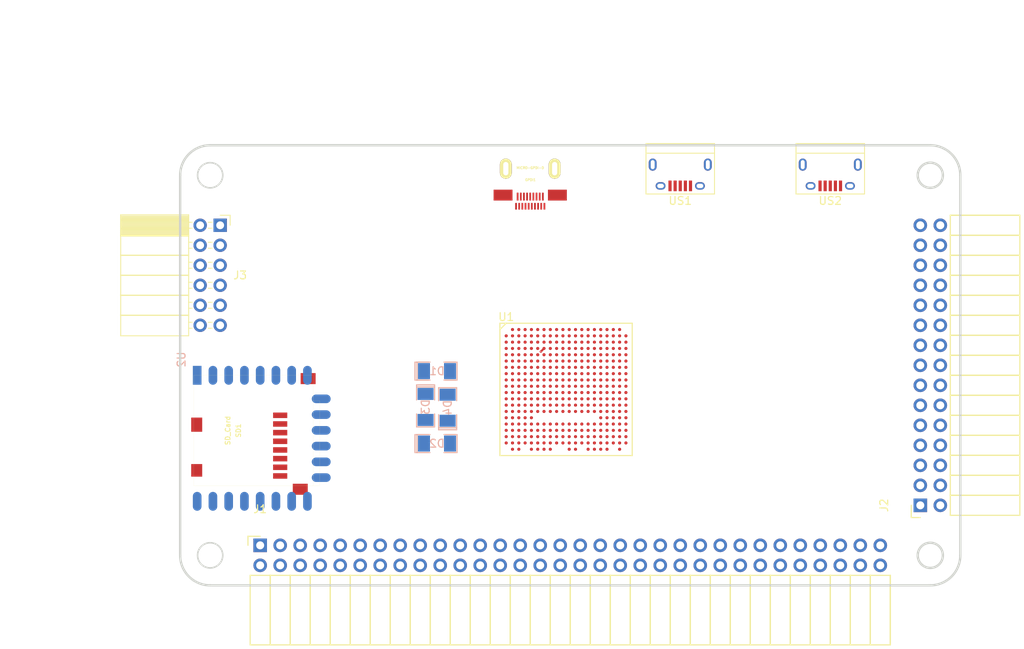
<source format=kicad_pcb>
(kicad_pcb (version 4) (host pcbnew 4.0.5+dfsg1-4)

  (general
    (links 234)
    (no_connects 234)
    (area 86.329999 53.649999 185.690001 109.830001)
    (thickness 1.6)
    (drawings 20)
    (tracks 6)
    (zones 0)
    (modules 13)
    (nets 76)
  )

  (page A4)
  (layers
    (0 F.Cu signal)
    (1 In1.Cu signal)
    (2 In2.Cu signal)
    (31 B.Cu signal)
    (32 B.Adhes user)
    (33 F.Adhes user)
    (34 B.Paste user)
    (35 F.Paste user)
    (36 B.SilkS user)
    (37 F.SilkS user)
    (38 B.Mask user)
    (39 F.Mask user)
    (40 Dwgs.User user)
    (41 Cmts.User user)
    (42 Eco1.User user)
    (43 Eco2.User user)
    (44 Edge.Cuts user)
    (45 Margin user)
    (46 B.CrtYd user)
    (47 F.CrtYd user)
    (48 B.Fab user)
    (49 F.Fab user)
  )

  (setup
    (last_trace_width 0.25)
    (trace_clearance 0.2)
    (zone_clearance 0.508)
    (zone_45_only no)
    (trace_min 0.2)
    (segment_width 0.2)
    (edge_width 0.2)
    (via_size 0.6)
    (via_drill 0.4)
    (via_min_size 0.4)
    (via_min_drill 0.3)
    (uvia_size 0.3)
    (uvia_drill 0.1)
    (uvias_allowed yes)
    (uvia_min_size 0.2)
    (uvia_min_drill 0.1)
    (pcb_text_width 0.3)
    (pcb_text_size 1.5 1.5)
    (mod_edge_width 0.15)
    (mod_text_size 1 1)
    (mod_text_width 0.15)
    (pad_size 1.524 1.524)
    (pad_drill 0.762)
    (pad_to_mask_clearance 0.2)
    (aux_axis_origin 82.67 62.69)
    (grid_origin 86.48 79.2)
    (visible_elements 7FFFFFFF)
    (pcbplotparams
      (layerselection 0x00030_80000001)
      (usegerberextensions false)
      (excludeedgelayer true)
      (linewidth 0.100000)
      (plotframeref false)
      (viasonmask false)
      (mode 1)
      (useauxorigin false)
      (hpglpennumber 1)
      (hpglpenspeed 20)
      (hpglpendiameter 15)
      (hpglpenoverlay 2)
      (psnegative false)
      (psa4output false)
      (plotreference true)
      (plotvalue true)
      (plotinvisibletext false)
      (padsonsilk false)
      (subtractmaskfromsilk false)
      (outputformat 1)
      (mirror false)
      (drillshape 1)
      (scaleselection 1)
      (outputdirectory ""))
  )

  (net 0 "")
  (net 1 GND)
  (net 2 VCC)
  (net 3 /TDI)
  (net 4 /TCK)
  (net 5 /TMS)
  (net 6 /TDO)
  (net 7 +5V)
  (net 8 /USB5V)
  (net 9 "Net-(D4-Pad1)")
  (net 10 /gpio/IN5V)
  (net 11 /gpio/OUT5V)
  (net 12 /gpio/P5)
  (net 13 /gpio/P6)
  (net 14 /gpio/P7)
  (net 15 /gpio/P8)
  (net 16 /gpio/P11)
  (net 17 /gpio/P12)
  (net 18 /gpio/P13)
  (net 19 /gpio/P14)
  (net 20 /gpio/P17)
  (net 21 /gpio/P18)
  (net 22 /gpio/P19)
  (net 23 /gpio/P20)
  (net 24 /gpio/P21)
  (net 25 /gpio/P22)
  (net 26 /gpio/P23)
  (net 27 /gpio/P24)
  (net 28 /gpio/P25)
  (net 29 /gpio/P26)
  (net 30 /gpio/P27)
  (net 31 /gpio/P28)
  (net 32 /gpio/P29)
  (net 33 /gpio/P30)
  (net 34 /SD_3)
  (net 35 /MTMS)
  (net 36 /MTCK)
  (net 37 /MTDO)
  (net 38 /MTDI)
  (net 39 /gpio/P9)
  (net 40 /gpio/P10)
  (net 41 "Net-(GPDI1-PadSHD)")
  (net 42 "Net-(US1-Pad6)")
  (net 43 "Net-(US2-Pad6)")
  (net 44 /gpio/P15)
  (net 45 /gpio/P16)
  (net 46 /gpio/P31)
  (net 47 /gpio/P32)
  (net 48 /gpio/P33)
  (net 49 /gpio/P34)
  (net 50 /gpio/P35)
  (net 51 /gpio/P36)
  (net 52 /gpio/P37)
  (net 53 /gpio/P38)
  (net 54 /gpio/P39)
  (net 55 /gpio/P40)
  (net 56 /gpio/P41)
  (net 57 /gpio/P42)
  (net 58 /gpio/P43)
  (net 59 /gpio/P44)
  (net 60 /gpio/P45)
  (net 61 /gpio/P46)
  (net 62 /gpio/P47)
  (net 63 /gpio/P48)
  (net 64 /gpio/P49)
  (net 65 /gpio/P50)
  (net 66 /gpio/P51)
  (net 67 /gpio/P52)
  (net 68 /gpio/P53)
  (net 69 /gpio/P54)
  (net 70 /gpio/P55)
  (net 71 /gpio/P56)
  (net 72 /gpio/P57)
  (net 73 /gpio/P58)
  (net 74 /gpio/P59)
  (net 75 /gpio/P60)

  (net_class Default "This is the default net class."
    (clearance 0.2)
    (trace_width 0.25)
    (via_dia 0.6)
    (via_drill 0.4)
    (uvia_dia 0.3)
    (uvia_drill 0.1)
    (add_net +5V)
    (add_net /MTCK)
    (add_net /MTDI)
    (add_net /MTDO)
    (add_net /MTMS)
    (add_net /SD_3)
    (add_net /TCK)
    (add_net /TDI)
    (add_net /TDO)
    (add_net /TMS)
    (add_net /USB5V)
    (add_net /gpio/IN5V)
    (add_net /gpio/OUT5V)
    (add_net /gpio/P10)
    (add_net /gpio/P11)
    (add_net /gpio/P12)
    (add_net /gpio/P13)
    (add_net /gpio/P14)
    (add_net /gpio/P15)
    (add_net /gpio/P16)
    (add_net /gpio/P17)
    (add_net /gpio/P18)
    (add_net /gpio/P19)
    (add_net /gpio/P20)
    (add_net /gpio/P21)
    (add_net /gpio/P22)
    (add_net /gpio/P23)
    (add_net /gpio/P24)
    (add_net /gpio/P25)
    (add_net /gpio/P26)
    (add_net /gpio/P27)
    (add_net /gpio/P28)
    (add_net /gpio/P29)
    (add_net /gpio/P30)
    (add_net /gpio/P31)
    (add_net /gpio/P32)
    (add_net /gpio/P33)
    (add_net /gpio/P34)
    (add_net /gpio/P35)
    (add_net /gpio/P36)
    (add_net /gpio/P37)
    (add_net /gpio/P38)
    (add_net /gpio/P39)
    (add_net /gpio/P40)
    (add_net /gpio/P41)
    (add_net /gpio/P42)
    (add_net /gpio/P43)
    (add_net /gpio/P44)
    (add_net /gpio/P45)
    (add_net /gpio/P46)
    (add_net /gpio/P47)
    (add_net /gpio/P48)
    (add_net /gpio/P49)
    (add_net /gpio/P5)
    (add_net /gpio/P50)
    (add_net /gpio/P51)
    (add_net /gpio/P52)
    (add_net /gpio/P53)
    (add_net /gpio/P54)
    (add_net /gpio/P55)
    (add_net /gpio/P56)
    (add_net /gpio/P57)
    (add_net /gpio/P58)
    (add_net /gpio/P59)
    (add_net /gpio/P6)
    (add_net /gpio/P60)
    (add_net /gpio/P7)
    (add_net /gpio/P8)
    (add_net /gpio/P9)
    (add_net "Net-(D4-Pad1)")
    (add_net "Net-(GPDI1-PadSHD)")
    (add_net "Net-(US1-Pad6)")
    (add_net "Net-(US2-Pad6)")
    (add_net VCC)
  )

  (net_class BGA ""
    (clearance 0.1)
    (trace_width 0.2)
    (via_dia 0.6)
    (via_drill 0.4)
    (uvia_dia 0.3)
    (uvia_drill 0.1)
    (add_net GND)
  )

  (module Socket_Strips:Socket_Strip_Angled_2x06_Pitch2.54mm (layer F.Cu) (tedit 58CD5449) (tstamp 58D3EF7F)
    (at 91.56 63.96)
    (descr "Through hole angled socket strip, 2x06, 2.54mm pitch, 8.51mm socket length, double rows")
    (tags "Through hole angled socket strip THT 2x06 2.54mm double row")
    (path /58D3C869)
    (fp_text reference J3 (at 2.54 6.35) (layer F.SilkS)
      (effects (font (size 1 1) (thickness 0.15)))
    )
    (fp_text value CONN_02X06 (at -5.65 14.97) (layer F.Fab)
      (effects (font (size 1 1) (thickness 0.15)))
    )
    (fp_line (start -4.06 -1.27) (end -4.06 1.27) (layer F.Fab) (width 0.1))
    (fp_line (start -4.06 1.27) (end -12.57 1.27) (layer F.Fab) (width 0.1))
    (fp_line (start -12.57 1.27) (end -12.57 -1.27) (layer F.Fab) (width 0.1))
    (fp_line (start -12.57 -1.27) (end -4.06 -1.27) (layer F.Fab) (width 0.1))
    (fp_line (start 0 -0.32) (end 0 0.32) (layer F.Fab) (width 0.1))
    (fp_line (start 0 0.32) (end -4.06 0.32) (layer F.Fab) (width 0.1))
    (fp_line (start -4.06 0.32) (end -4.06 -0.32) (layer F.Fab) (width 0.1))
    (fp_line (start -4.06 -0.32) (end 0 -0.32) (layer F.Fab) (width 0.1))
    (fp_line (start -4.06 1.27) (end -4.06 3.81) (layer F.Fab) (width 0.1))
    (fp_line (start -4.06 3.81) (end -12.57 3.81) (layer F.Fab) (width 0.1))
    (fp_line (start -12.57 3.81) (end -12.57 1.27) (layer F.Fab) (width 0.1))
    (fp_line (start -12.57 1.27) (end -4.06 1.27) (layer F.Fab) (width 0.1))
    (fp_line (start 0 2.22) (end 0 2.86) (layer F.Fab) (width 0.1))
    (fp_line (start 0 2.86) (end -4.06 2.86) (layer F.Fab) (width 0.1))
    (fp_line (start -4.06 2.86) (end -4.06 2.22) (layer F.Fab) (width 0.1))
    (fp_line (start -4.06 2.22) (end 0 2.22) (layer F.Fab) (width 0.1))
    (fp_line (start -4.06 3.81) (end -4.06 6.35) (layer F.Fab) (width 0.1))
    (fp_line (start -4.06 6.35) (end -12.57 6.35) (layer F.Fab) (width 0.1))
    (fp_line (start -12.57 6.35) (end -12.57 3.81) (layer F.Fab) (width 0.1))
    (fp_line (start -12.57 3.81) (end -4.06 3.81) (layer F.Fab) (width 0.1))
    (fp_line (start 0 4.76) (end 0 5.4) (layer F.Fab) (width 0.1))
    (fp_line (start 0 5.4) (end -4.06 5.4) (layer F.Fab) (width 0.1))
    (fp_line (start -4.06 5.4) (end -4.06 4.76) (layer F.Fab) (width 0.1))
    (fp_line (start -4.06 4.76) (end 0 4.76) (layer F.Fab) (width 0.1))
    (fp_line (start -4.06 6.35) (end -4.06 8.89) (layer F.Fab) (width 0.1))
    (fp_line (start -4.06 8.89) (end -12.57 8.89) (layer F.Fab) (width 0.1))
    (fp_line (start -12.57 8.89) (end -12.57 6.35) (layer F.Fab) (width 0.1))
    (fp_line (start -12.57 6.35) (end -4.06 6.35) (layer F.Fab) (width 0.1))
    (fp_line (start 0 7.3) (end 0 7.94) (layer F.Fab) (width 0.1))
    (fp_line (start 0 7.94) (end -4.06 7.94) (layer F.Fab) (width 0.1))
    (fp_line (start -4.06 7.94) (end -4.06 7.3) (layer F.Fab) (width 0.1))
    (fp_line (start -4.06 7.3) (end 0 7.3) (layer F.Fab) (width 0.1))
    (fp_line (start -4.06 8.89) (end -4.06 11.43) (layer F.Fab) (width 0.1))
    (fp_line (start -4.06 11.43) (end -12.57 11.43) (layer F.Fab) (width 0.1))
    (fp_line (start -12.57 11.43) (end -12.57 8.89) (layer F.Fab) (width 0.1))
    (fp_line (start -12.57 8.89) (end -4.06 8.89) (layer F.Fab) (width 0.1))
    (fp_line (start 0 9.84) (end 0 10.48) (layer F.Fab) (width 0.1))
    (fp_line (start 0 10.48) (end -4.06 10.48) (layer F.Fab) (width 0.1))
    (fp_line (start -4.06 10.48) (end -4.06 9.84) (layer F.Fab) (width 0.1))
    (fp_line (start -4.06 9.84) (end 0 9.84) (layer F.Fab) (width 0.1))
    (fp_line (start -4.06 11.43) (end -4.06 13.97) (layer F.Fab) (width 0.1))
    (fp_line (start -4.06 13.97) (end -12.57 13.97) (layer F.Fab) (width 0.1))
    (fp_line (start -12.57 13.97) (end -12.57 11.43) (layer F.Fab) (width 0.1))
    (fp_line (start -12.57 11.43) (end -4.06 11.43) (layer F.Fab) (width 0.1))
    (fp_line (start 0 12.38) (end 0 13.02) (layer F.Fab) (width 0.1))
    (fp_line (start 0 13.02) (end -4.06 13.02) (layer F.Fab) (width 0.1))
    (fp_line (start -4.06 13.02) (end -4.06 12.38) (layer F.Fab) (width 0.1))
    (fp_line (start -4.06 12.38) (end 0 12.38) (layer F.Fab) (width 0.1))
    (fp_line (start -4 -1.33) (end -4 1.27) (layer F.SilkS) (width 0.12))
    (fp_line (start -4 1.27) (end -12.63 1.27) (layer F.SilkS) (width 0.12))
    (fp_line (start -12.63 1.27) (end -12.63 -1.33) (layer F.SilkS) (width 0.12))
    (fp_line (start -12.63 -1.33) (end -4 -1.33) (layer F.SilkS) (width 0.12))
    (fp_line (start -3.57 -0.38) (end -4 -0.38) (layer F.SilkS) (width 0.12))
    (fp_line (start -3.57 0.38) (end -4 0.38) (layer F.SilkS) (width 0.12))
    (fp_line (start -1.03 -0.38) (end -1.51 -0.38) (layer F.SilkS) (width 0.12))
    (fp_line (start -1.03 0.38) (end -1.51 0.38) (layer F.SilkS) (width 0.12))
    (fp_line (start -4 -1.15) (end -12.63 -1.15) (layer F.SilkS) (width 0.12))
    (fp_line (start -4 -1.03) (end -12.63 -1.03) (layer F.SilkS) (width 0.12))
    (fp_line (start -4 -0.91) (end -12.63 -0.91) (layer F.SilkS) (width 0.12))
    (fp_line (start -4 -0.79) (end -12.63 -0.79) (layer F.SilkS) (width 0.12))
    (fp_line (start -4 -0.67) (end -12.63 -0.67) (layer F.SilkS) (width 0.12))
    (fp_line (start -4 -0.55) (end -12.63 -0.55) (layer F.SilkS) (width 0.12))
    (fp_line (start -4 -0.43) (end -12.63 -0.43) (layer F.SilkS) (width 0.12))
    (fp_line (start -4 -0.31) (end -12.63 -0.31) (layer F.SilkS) (width 0.12))
    (fp_line (start -4 -0.19) (end -12.63 -0.19) (layer F.SilkS) (width 0.12))
    (fp_line (start -4 -0.07) (end -12.63 -0.07) (layer F.SilkS) (width 0.12))
    (fp_line (start -4 0.05) (end -12.63 0.05) (layer F.SilkS) (width 0.12))
    (fp_line (start -4 0.17) (end -12.63 0.17) (layer F.SilkS) (width 0.12))
    (fp_line (start -4 0.29) (end -12.63 0.29) (layer F.SilkS) (width 0.12))
    (fp_line (start -4 0.41) (end -12.63 0.41) (layer F.SilkS) (width 0.12))
    (fp_line (start -4 0.53) (end -12.63 0.53) (layer F.SilkS) (width 0.12))
    (fp_line (start -4 0.65) (end -12.63 0.65) (layer F.SilkS) (width 0.12))
    (fp_line (start -4 0.77) (end -12.63 0.77) (layer F.SilkS) (width 0.12))
    (fp_line (start -4 0.89) (end -12.63 0.89) (layer F.SilkS) (width 0.12))
    (fp_line (start -4 1.01) (end -12.63 1.01) (layer F.SilkS) (width 0.12))
    (fp_line (start -4 1.13) (end -12.63 1.13) (layer F.SilkS) (width 0.12))
    (fp_line (start -4 1.25) (end -12.63 1.25) (layer F.SilkS) (width 0.12))
    (fp_line (start -4 1.37) (end -12.63 1.37) (layer F.SilkS) (width 0.12))
    (fp_line (start -4 1.27) (end -4 3.81) (layer F.SilkS) (width 0.12))
    (fp_line (start -4 3.81) (end -12.63 3.81) (layer F.SilkS) (width 0.12))
    (fp_line (start -12.63 3.81) (end -12.63 1.27) (layer F.SilkS) (width 0.12))
    (fp_line (start -12.63 1.27) (end -4 1.27) (layer F.SilkS) (width 0.12))
    (fp_line (start -3.57 2.16) (end -4 2.16) (layer F.SilkS) (width 0.12))
    (fp_line (start -3.57 2.92) (end -4 2.92) (layer F.SilkS) (width 0.12))
    (fp_line (start -1.03 2.16) (end -1.51 2.16) (layer F.SilkS) (width 0.12))
    (fp_line (start -1.03 2.92) (end -1.51 2.92) (layer F.SilkS) (width 0.12))
    (fp_line (start -4 3.81) (end -4 6.35) (layer F.SilkS) (width 0.12))
    (fp_line (start -4 6.35) (end -12.63 6.35) (layer F.SilkS) (width 0.12))
    (fp_line (start -12.63 6.35) (end -12.63 3.81) (layer F.SilkS) (width 0.12))
    (fp_line (start -12.63 3.81) (end -4 3.81) (layer F.SilkS) (width 0.12))
    (fp_line (start -3.57 4.7) (end -4 4.7) (layer F.SilkS) (width 0.12))
    (fp_line (start -3.57 5.46) (end -4 5.46) (layer F.SilkS) (width 0.12))
    (fp_line (start -1.03 4.7) (end -1.51 4.7) (layer F.SilkS) (width 0.12))
    (fp_line (start -1.03 5.46) (end -1.51 5.46) (layer F.SilkS) (width 0.12))
    (fp_line (start -4 6.35) (end -4 8.89) (layer F.SilkS) (width 0.12))
    (fp_line (start -4 8.89) (end -12.63 8.89) (layer F.SilkS) (width 0.12))
    (fp_line (start -12.63 8.89) (end -12.63 6.35) (layer F.SilkS) (width 0.12))
    (fp_line (start -12.63 6.35) (end -4 6.35) (layer F.SilkS) (width 0.12))
    (fp_line (start -3.57 7.24) (end -4 7.24) (layer F.SilkS) (width 0.12))
    (fp_line (start -3.57 8) (end -4 8) (layer F.SilkS) (width 0.12))
    (fp_line (start -1.03 7.24) (end -1.51 7.24) (layer F.SilkS) (width 0.12))
    (fp_line (start -1.03 8) (end -1.51 8) (layer F.SilkS) (width 0.12))
    (fp_line (start -4 8.89) (end -4 11.43) (layer F.SilkS) (width 0.12))
    (fp_line (start -4 11.43) (end -12.63 11.43) (layer F.SilkS) (width 0.12))
    (fp_line (start -12.63 11.43) (end -12.63 8.89) (layer F.SilkS) (width 0.12))
    (fp_line (start -12.63 8.89) (end -4 8.89) (layer F.SilkS) (width 0.12))
    (fp_line (start -3.57 9.78) (end -4 9.78) (layer F.SilkS) (width 0.12))
    (fp_line (start -3.57 10.54) (end -4 10.54) (layer F.SilkS) (width 0.12))
    (fp_line (start -1.03 9.78) (end -1.51 9.78) (layer F.SilkS) (width 0.12))
    (fp_line (start -1.03 10.54) (end -1.51 10.54) (layer F.SilkS) (width 0.12))
    (fp_line (start -4 11.43) (end -4 14.03) (layer F.SilkS) (width 0.12))
    (fp_line (start -4 14.03) (end -12.63 14.03) (layer F.SilkS) (width 0.12))
    (fp_line (start -12.63 14.03) (end -12.63 11.43) (layer F.SilkS) (width 0.12))
    (fp_line (start -12.63 11.43) (end -4 11.43) (layer F.SilkS) (width 0.12))
    (fp_line (start -3.57 12.32) (end -4 12.32) (layer F.SilkS) (width 0.12))
    (fp_line (start -3.57 13.08) (end -4 13.08) (layer F.SilkS) (width 0.12))
    (fp_line (start -1.03 12.32) (end -1.51 12.32) (layer F.SilkS) (width 0.12))
    (fp_line (start -1.03 13.08) (end -1.51 13.08) (layer F.SilkS) (width 0.12))
    (fp_line (start 0 -1.27) (end 1.27 -1.27) (layer F.SilkS) (width 0.12))
    (fp_line (start 1.27 -1.27) (end 1.27 0) (layer F.SilkS) (width 0.12))
    (fp_line (start 1.8 -1.8) (end 1.8 14.5) (layer F.CrtYd) (width 0.05))
    (fp_line (start 1.8 14.5) (end -13.1 14.5) (layer F.CrtYd) (width 0.05))
    (fp_line (start -13.1 14.5) (end -13.1 -1.8) (layer F.CrtYd) (width 0.05))
    (fp_line (start -13.1 -1.8) (end 1.8 -1.8) (layer F.CrtYd) (width 0.05))
    (fp_text user %R (at -5.65 -2.27) (layer F.Fab)
      (effects (font (size 1 1) (thickness 0.15)))
    )
    (pad 1 thru_hole rect (at 0 0) (size 1.7 1.7) (drill 1) (layers *.Cu *.Mask))
    (pad 2 thru_hole oval (at -2.54 0) (size 1.7 1.7) (drill 1) (layers *.Cu *.Mask))
    (pad 3 thru_hole oval (at 0 2.54) (size 1.7 1.7) (drill 1) (layers *.Cu *.Mask))
    (pad 4 thru_hole oval (at -2.54 2.54) (size 1.7 1.7) (drill 1) (layers *.Cu *.Mask))
    (pad 5 thru_hole oval (at 0 5.08) (size 1.7 1.7) (drill 1) (layers *.Cu *.Mask))
    (pad 6 thru_hole oval (at -2.54 5.08) (size 1.7 1.7) (drill 1) (layers *.Cu *.Mask))
    (pad 7 thru_hole oval (at 0 7.62) (size 1.7 1.7) (drill 1) (layers *.Cu *.Mask))
    (pad 8 thru_hole oval (at -2.54 7.62) (size 1.7 1.7) (drill 1) (layers *.Cu *.Mask))
    (pad 9 thru_hole oval (at 0 10.16) (size 1.7 1.7) (drill 1) (layers *.Cu *.Mask))
    (pad 10 thru_hole oval (at -2.54 10.16) (size 1.7 1.7) (drill 1) (layers *.Cu *.Mask))
    (pad 11 thru_hole oval (at 0 12.7) (size 1.7 1.7) (drill 1) (layers *.Cu *.Mask))
    (pad 12 thru_hole oval (at -2.54 12.7) (size 1.7 1.7) (drill 1) (layers *.Cu *.Mask))
    (model ${KISYS3DMOD}/Socket_Strips.3dshapes/Socket_Strip_Angled_2x06_Pitch2.54mm.wrl
      (at (xyz -0.05 -0.25 0))
      (scale (xyz 1 1 1))
      (rotate (xyz 0 0 270))
    )
  )

  (module SMD_Packages:SMD-1206_Pol (layer B.Cu) (tedit 0) (tstamp 56AA106E)
    (at 119.093 91.676)
    (path /56AC389C/56AC4846)
    (attr smd)
    (fp_text reference D2 (at 0 0) (layer B.SilkS)
      (effects (font (size 1 1) (thickness 0.15)) (justify mirror))
    )
    (fp_text value 2A (at 0 0) (layer B.Fab)
      (effects (font (size 1 1) (thickness 0.15)) (justify mirror))
    )
    (fp_line (start -2.54 1.143) (end -2.794 1.143) (layer B.SilkS) (width 0.15))
    (fp_line (start -2.794 1.143) (end -2.794 -1.143) (layer B.SilkS) (width 0.15))
    (fp_line (start -2.794 -1.143) (end -2.54 -1.143) (layer B.SilkS) (width 0.15))
    (fp_line (start -2.54 1.143) (end -2.54 -1.143) (layer B.SilkS) (width 0.15))
    (fp_line (start -2.54 -1.143) (end -0.889 -1.143) (layer B.SilkS) (width 0.15))
    (fp_line (start 0.889 1.143) (end 2.54 1.143) (layer B.SilkS) (width 0.15))
    (fp_line (start 2.54 1.143) (end 2.54 -1.143) (layer B.SilkS) (width 0.15))
    (fp_line (start 2.54 -1.143) (end 0.889 -1.143) (layer B.SilkS) (width 0.15))
    (fp_line (start -0.889 1.143) (end -2.54 1.143) (layer B.SilkS) (width 0.15))
    (pad 1 smd rect (at -1.651 0) (size 1.524 2.032) (layers B.Cu B.Paste B.Mask)
      (net 11 /gpio/OUT5V))
    (pad 2 smd rect (at 1.651 0) (size 1.524 2.032) (layers B.Cu B.Paste B.Mask))
    (model SMD_Packages.3dshapes/SMD-1206_Pol.wrl
      (at (xyz 0 0 0))
      (scale (xyz 0.17 0.16 0.16))
      (rotate (xyz 0 0 0))
    )
  )

  (module SMD_Packages:SMD-1206_Pol (layer B.Cu) (tedit 0) (tstamp 56AA1068)
    (at 119.093 82.476)
    (path /56AC389C/56AC483B)
    (attr smd)
    (fp_text reference D1 (at 0 0) (layer B.SilkS)
      (effects (font (size 1 1) (thickness 0.15)) (justify mirror))
    )
    (fp_text value 2A (at 0 0) (layer B.Fab)
      (effects (font (size 1 1) (thickness 0.15)) (justify mirror))
    )
    (fp_line (start -2.54 1.143) (end -2.794 1.143) (layer B.SilkS) (width 0.15))
    (fp_line (start -2.794 1.143) (end -2.794 -1.143) (layer B.SilkS) (width 0.15))
    (fp_line (start -2.794 -1.143) (end -2.54 -1.143) (layer B.SilkS) (width 0.15))
    (fp_line (start -2.54 1.143) (end -2.54 -1.143) (layer B.SilkS) (width 0.15))
    (fp_line (start -2.54 -1.143) (end -0.889 -1.143) (layer B.SilkS) (width 0.15))
    (fp_line (start 0.889 1.143) (end 2.54 1.143) (layer B.SilkS) (width 0.15))
    (fp_line (start 2.54 1.143) (end 2.54 -1.143) (layer B.SilkS) (width 0.15))
    (fp_line (start 2.54 -1.143) (end 0.889 -1.143) (layer B.SilkS) (width 0.15))
    (fp_line (start -0.889 1.143) (end -2.54 1.143) (layer B.SilkS) (width 0.15))
    (pad 1 smd rect (at -1.651 0) (size 1.524 2.032) (layers B.Cu B.Paste B.Mask)
      (net 7 +5V))
    (pad 2 smd rect (at 1.651 0) (size 1.524 2.032) (layers B.Cu B.Paste B.Mask)
      (net 10 /gpio/IN5V))
    (model SMD_Packages.3dshapes/SMD-1206_Pol.wrl
      (at (xyz 0 0 0))
      (scale (xyz 0.17 0.16 0.16))
      (rotate (xyz 0 0 0))
    )
  )

  (module lfe5bg381:BGA-381_pitch0.8mm_dia0.4mm (layer F.Cu) (tedit 56A8C998) (tstamp 56AA0CD9)
    (at 135.48 84.8)
    (path /56AA9804)
    (attr smd)
    (fp_text reference U1 (at -7.6 -9.2) (layer F.SilkS)
      (effects (font (size 1 1) (thickness 0.15)))
    )
    (fp_text value LFE5-BG381 (at 2 -9.2) (layer F.Fab)
      (effects (font (size 1 1) (thickness 0.15)))
    )
    (fp_line (start -8.4 8.4) (end 8.4 8.4) (layer F.SilkS) (width 0.15))
    (fp_line (start 8.4 8.4) (end 8.4 -8.4) (layer F.SilkS) (width 0.15))
    (fp_line (start 8.4 -8.4) (end -8.4 -8.4) (layer F.SilkS) (width 0.15))
    (fp_line (start -8.4 -8.4) (end -8.4 8.4) (layer F.SilkS) (width 0.15))
    (fp_line (start -7.6 -8.4) (end -8.4 -7.6) (layer F.SilkS) (width 0.15))
    (pad A2 smd circle (at -6.8 -7.6) (size 0.4 0.4) (layers F.Cu F.Paste F.Mask))
    (pad A3 smd circle (at -6 -7.6) (size 0.4 0.4) (layers F.Cu F.Paste F.Mask))
    (pad A4 smd circle (at -5.2 -7.6) (size 0.4 0.4) (layers F.Cu F.Paste F.Mask))
    (pad A5 smd circle (at -4.4 -7.6) (size 0.4 0.4) (layers F.Cu F.Paste F.Mask))
    (pad A6 smd circle (at -3.6 -7.6) (size 0.4 0.4) (layers F.Cu F.Paste F.Mask)
      (net 31 /gpio/P28))
    (pad A7 smd circle (at -2.8 -7.6) (size 0.4 0.4) (layers F.Cu F.Paste F.Mask)
      (net 45 /gpio/P16))
    (pad A8 smd circle (at -2 -7.6) (size 0.4 0.4) (layers F.Cu F.Paste F.Mask)
      (net 44 /gpio/P15))
    (pad A9 smd circle (at -1.2 -7.6) (size 0.4 0.4) (layers F.Cu F.Paste F.Mask)
      (net 40 /gpio/P10))
    (pad A10 smd circle (at -0.4 -7.6) (size 0.4 0.4) (layers F.Cu F.Paste F.Mask)
      (net 14 /gpio/P7))
    (pad A11 smd circle (at 0.4 -7.6) (size 0.4 0.4) (layers F.Cu F.Paste F.Mask)
      (net 15 /gpio/P8))
    (pad A12 smd circle (at 1.2 -7.6) (size 0.4 0.4) (layers F.Cu F.Paste F.Mask)
      (net 69 /gpio/P54))
    (pad A13 smd circle (at 2 -7.6) (size 0.4 0.4) (layers F.Cu F.Paste F.Mask)
      (net 68 /gpio/P53))
    (pad A14 smd circle (at 2.8 -7.6) (size 0.4 0.4) (layers F.Cu F.Paste F.Mask)
      (net 63 /gpio/P48))
    (pad A15 smd circle (at 3.6 -7.6) (size 0.4 0.4) (layers F.Cu F.Paste F.Mask))
    (pad A16 smd circle (at 4.4 -7.6) (size 0.4 0.4) (layers F.Cu F.Paste F.Mask)
      (net 55 /gpio/P40))
    (pad A17 smd circle (at 5.2 -7.6) (size 0.4 0.4) (layers F.Cu F.Paste F.Mask)
      (net 49 /gpio/P34))
    (pad A18 smd circle (at 6 -7.6) (size 0.4 0.4) (layers F.Cu F.Paste F.Mask)
      (net 47 /gpio/P32))
    (pad A19 smd circle (at 6.8 -7.6) (size 0.4 0.4) (layers F.Cu F.Paste F.Mask)
      (net 33 /gpio/P30))
    (pad B1 smd circle (at -7.6 -6.8) (size 0.4 0.4) (layers F.Cu F.Paste F.Mask))
    (pad B2 smd circle (at -6.8 -6.8) (size 0.4 0.4) (layers F.Cu F.Paste F.Mask))
    (pad B3 smd circle (at -6 -6.8) (size 0.4 0.4) (layers F.Cu F.Paste F.Mask))
    (pad B4 smd circle (at -5.2 -6.8) (size 0.4 0.4) (layers F.Cu F.Paste F.Mask))
    (pad B5 smd circle (at -4.4 -6.8) (size 0.4 0.4) (layers F.Cu F.Paste F.Mask))
    (pad B6 smd circle (at -3.6 -6.8) (size 0.4 0.4) (layers F.Cu F.Paste F.Mask)
      (net 30 /gpio/P27))
    (pad B7 smd circle (at -2.8 -6.8) (size 0.4 0.4) (layers F.Cu F.Paste F.Mask)
      (net 1 GND))
    (pad B8 smd circle (at -2 -6.8) (size 0.4 0.4) (layers F.Cu F.Paste F.Mask)
      (net 20 /gpio/P17))
    (pad B9 smd circle (at -1.2 -6.8) (size 0.4 0.4) (layers F.Cu F.Paste F.Mask)
      (net 17 /gpio/P12))
    (pad B10 smd circle (at -0.4 -6.8) (size 0.4 0.4) (layers F.Cu F.Paste F.Mask)
      (net 39 /gpio/P9))
    (pad B11 smd circle (at 0.4 -6.8) (size 0.4 0.4) (layers F.Cu F.Paste F.Mask)
      (net 12 /gpio/P5))
    (pad B12 smd circle (at 1.2 -6.8) (size 0.4 0.4) (layers F.Cu F.Paste F.Mask)
      (net 73 /gpio/P58))
    (pad B13 smd circle (at 2 -6.8) (size 0.4 0.4) (layers F.Cu F.Paste F.Mask)
      (net 67 /gpio/P52))
    (pad B14 smd circle (at 2.8 -6.8) (size 0.4 0.4) (layers F.Cu F.Paste F.Mask)
      (net 1 GND))
    (pad B15 smd circle (at 3.6 -6.8) (size 0.4 0.4) (layers F.Cu F.Paste F.Mask)
      (net 59 /gpio/P44))
    (pad B16 smd circle (at 4.4 -6.8) (size 0.4 0.4) (layers F.Cu F.Paste F.Mask)
      (net 54 /gpio/P39))
    (pad B17 smd circle (at 5.2 -6.8) (size 0.4 0.4) (layers F.Cu F.Paste F.Mask)
      (net 51 /gpio/P36))
    (pad B18 smd circle (at 6 -6.8) (size 0.4 0.4) (layers F.Cu F.Paste F.Mask)
      (net 48 /gpio/P33))
    (pad B19 smd circle (at 6.8 -6.8) (size 0.4 0.4) (layers F.Cu F.Paste F.Mask)
      (net 46 /gpio/P31))
    (pad B20 smd circle (at 7.6 -6.8) (size 0.4 0.4) (layers F.Cu F.Paste F.Mask)
      (net 32 /gpio/P29))
    (pad C1 smd circle (at -7.6 -6) (size 0.4 0.4) (layers F.Cu F.Paste F.Mask))
    (pad C2 smd circle (at -6.8 -6) (size 0.4 0.4) (layers F.Cu F.Paste F.Mask))
    (pad C3 smd circle (at -6 -6) (size 0.4 0.4) (layers F.Cu F.Paste F.Mask))
    (pad C4 smd circle (at -5.2 -6) (size 0.4 0.4) (layers F.Cu F.Paste F.Mask))
    (pad C5 smd circle (at -4.4 -6) (size 0.4 0.4) (layers F.Cu F.Paste F.Mask))
    (pad C6 smd circle (at -3.6 -6) (size 0.4 0.4) (layers F.Cu F.Paste F.Mask)
      (net 25 /gpio/P22))
    (pad C7 smd circle (at -2.8 -6) (size 0.4 0.4) (layers F.Cu F.Paste F.Mask)
      (net 24 /gpio/P21))
    (pad C8 smd circle (at -2 -6) (size 0.4 0.4) (layers F.Cu F.Paste F.Mask)
      (net 21 /gpio/P18))
    (pad C9 smd circle (at -1.2 -6) (size 0.4 0.4) (layers F.Cu F.Paste F.Mask))
    (pad C10 smd circle (at -0.4 -6) (size 0.4 0.4) (layers F.Cu F.Paste F.Mask)
      (net 16 /gpio/P11))
    (pad C11 smd circle (at 0.4 -6) (size 0.4 0.4) (layers F.Cu F.Paste F.Mask)
      (net 13 /gpio/P6))
    (pad C12 smd circle (at 1.2 -6) (size 0.4 0.4) (layers F.Cu F.Paste F.Mask)
      (net 72 /gpio/P57))
    (pad C13 smd circle (at 2 -6) (size 0.4 0.4) (layers F.Cu F.Paste F.Mask)
      (net 66 /gpio/P51))
    (pad C14 smd circle (at 2.8 -6) (size 0.4 0.4) (layers F.Cu F.Paste F.Mask)
      (net 62 /gpio/P47))
    (pad C15 smd circle (at 3.6 -6) (size 0.4 0.4) (layers F.Cu F.Paste F.Mask)
      (net 58 /gpio/P43))
    (pad C16 smd circle (at 4.4 -6) (size 0.4 0.4) (layers F.Cu F.Paste F.Mask)
      (net 53 /gpio/P38))
    (pad C17 smd circle (at 5.2 -6) (size 0.4 0.4) (layers F.Cu F.Paste F.Mask)
      (net 50 /gpio/P35))
    (pad C18 smd circle (at 6 -6) (size 0.4 0.4) (layers F.Cu F.Paste F.Mask))
    (pad C19 smd circle (at 6.8 -6) (size 0.4 0.4) (layers F.Cu F.Paste F.Mask)
      (net 1 GND))
    (pad C20 smd circle (at 7.6 -6) (size 0.4 0.4) (layers F.Cu F.Paste F.Mask))
    (pad D1 smd circle (at -7.6 -5.2) (size 0.4 0.4) (layers F.Cu F.Paste F.Mask))
    (pad D2 smd circle (at -6.8 -5.2) (size 0.4 0.4) (layers F.Cu F.Paste F.Mask))
    (pad D3 smd circle (at -6 -5.2) (size 0.4 0.4) (layers F.Cu F.Paste F.Mask))
    (pad D4 smd circle (at -5.2 -5.2) (size 0.4 0.4) (layers F.Cu F.Paste F.Mask)
      (net 1 GND))
    (pad D5 smd circle (at -4.4 -5.2) (size 0.4 0.4) (layers F.Cu F.Paste F.Mask))
    (pad D6 smd circle (at -3.6 -5.2) (size 0.4 0.4) (layers F.Cu F.Paste F.Mask)
      (net 28 /gpio/P25))
    (pad D7 smd circle (at -2.8 -5.2) (size 0.4 0.4) (layers F.Cu F.Paste F.Mask)
      (net 26 /gpio/P23))
    (pad D8 smd circle (at -2 -5.2) (size 0.4 0.4) (layers F.Cu F.Paste F.Mask)
      (net 22 /gpio/P19))
    (pad D9 smd circle (at -1.2 -5.2) (size 0.4 0.4) (layers F.Cu F.Paste F.Mask)
      (net 19 /gpio/P14))
    (pad D10 smd circle (at -0.4 -5.2) (size 0.4 0.4) (layers F.Cu F.Paste F.Mask))
    (pad D11 smd circle (at 0.4 -5.2) (size 0.4 0.4) (layers F.Cu F.Paste F.Mask)
      (net 75 /gpio/P60))
    (pad D12 smd circle (at 1.2 -5.2) (size 0.4 0.4) (layers F.Cu F.Paste F.Mask)
      (net 71 /gpio/P56))
    (pad D13 smd circle (at 2 -5.2) (size 0.4 0.4) (layers F.Cu F.Paste F.Mask)
      (net 65 /gpio/P50))
    (pad D14 smd circle (at 2.8 -5.2) (size 0.4 0.4) (layers F.Cu F.Paste F.Mask)
      (net 61 /gpio/P46))
    (pad D15 smd circle (at 3.6 -5.2) (size 0.4 0.4) (layers F.Cu F.Paste F.Mask)
      (net 57 /gpio/P42))
    (pad D16 smd circle (at 4.4 -5.2) (size 0.4 0.4) (layers F.Cu F.Paste F.Mask)
      (net 52 /gpio/P37))
    (pad D17 smd circle (at 5.2 -5.2) (size 0.4 0.4) (layers F.Cu F.Paste F.Mask))
    (pad D18 smd circle (at 6 -5.2) (size 0.4 0.4) (layers F.Cu F.Paste F.Mask))
    (pad D19 smd circle (at 6.8 -5.2) (size 0.4 0.4) (layers F.Cu F.Paste F.Mask))
    (pad D20 smd circle (at 7.6 -5.2) (size 0.4 0.4) (layers F.Cu F.Paste F.Mask))
    (pad E1 smd circle (at -7.6 -4.4) (size 0.4 0.4) (layers F.Cu F.Paste F.Mask))
    (pad E2 smd circle (at -6.8 -4.4) (size 0.4 0.4) (layers F.Cu F.Paste F.Mask))
    (pad E3 smd circle (at -6 -4.4) (size 0.4 0.4) (layers F.Cu F.Paste F.Mask))
    (pad E4 smd circle (at -5.2 -4.4) (size 0.4 0.4) (layers F.Cu F.Paste F.Mask))
    (pad E5 smd circle (at -4.4 -4.4) (size 0.4 0.4) (layers F.Cu F.Paste F.Mask))
    (pad E6 smd circle (at -3.6 -4.4) (size 0.4 0.4) (layers F.Cu F.Paste F.Mask)
      (net 29 /gpio/P26))
    (pad E7 smd circle (at -2.8 -4.4) (size 0.4 0.4) (layers F.Cu F.Paste F.Mask)
      (net 27 /gpio/P24))
    (pad E8 smd circle (at -2 -4.4) (size 0.4 0.4) (layers F.Cu F.Paste F.Mask)
      (net 23 /gpio/P20))
    (pad E9 smd circle (at -1.2 -4.4) (size 0.4 0.4) (layers F.Cu F.Paste F.Mask)
      (net 18 /gpio/P13))
    (pad E10 smd circle (at -0.4 -4.4) (size 0.4 0.4) (layers F.Cu F.Paste F.Mask))
    (pad E11 smd circle (at 0.4 -4.4) (size 0.4 0.4) (layers F.Cu F.Paste F.Mask)
      (net 74 /gpio/P59))
    (pad E12 smd circle (at 1.2 -4.4) (size 0.4 0.4) (layers F.Cu F.Paste F.Mask)
      (net 70 /gpio/P55))
    (pad E13 smd circle (at 2 -4.4) (size 0.4 0.4) (layers F.Cu F.Paste F.Mask)
      (net 64 /gpio/P49))
    (pad E14 smd circle (at 2.8 -4.4) (size 0.4 0.4) (layers F.Cu F.Paste F.Mask)
      (net 60 /gpio/P45))
    (pad E15 smd circle (at 3.6 -4.4) (size 0.4 0.4) (layers F.Cu F.Paste F.Mask)
      (net 56 /gpio/P41))
    (pad E16 smd circle (at 4.4 -4.4) (size 0.4 0.4) (layers F.Cu F.Paste F.Mask))
    (pad E17 smd circle (at 5.2 -4.4) (size 0.4 0.4) (layers F.Cu F.Paste F.Mask))
    (pad E18 smd circle (at 6 -4.4) (size 0.4 0.4) (layers F.Cu F.Paste F.Mask))
    (pad E19 smd circle (at 6.8 -4.4) (size 0.4 0.4) (layers F.Cu F.Paste F.Mask))
    (pad E20 smd circle (at 7.6 -4.4) (size 0.4 0.4) (layers F.Cu F.Paste F.Mask))
    (pad F1 smd circle (at -7.6 -3.6) (size 0.4 0.4) (layers F.Cu F.Paste F.Mask))
    (pad F2 smd circle (at -6.8 -3.6) (size 0.4 0.4) (layers F.Cu F.Paste F.Mask))
    (pad F3 smd circle (at -6 -3.6) (size 0.4 0.4) (layers F.Cu F.Paste F.Mask))
    (pad F4 smd circle (at -5.2 -3.6) (size 0.4 0.4) (layers F.Cu F.Paste F.Mask))
    (pad F5 smd circle (at -4.4 -3.6) (size 0.4 0.4) (layers F.Cu F.Paste F.Mask))
    (pad F6 smd circle (at -3.6 -3.6) (size 0.4 0.4) (layers F.Cu F.Paste F.Mask)
      (net 2 VCC))
    (pad F7 smd circle (at -2.8 -3.6) (size 0.4 0.4) (layers F.Cu F.Paste F.Mask)
      (net 1 GND))
    (pad F8 smd circle (at -2 -3.6) (size 0.4 0.4) (layers F.Cu F.Paste F.Mask)
      (net 1 GND))
    (pad F9 smd circle (at -1.2 -3.6) (size 0.4 0.4) (layers F.Cu F.Paste F.Mask)
      (net 2 VCC))
    (pad F10 smd circle (at -0.4 -3.6) (size 0.4 0.4) (layers F.Cu F.Paste F.Mask)
      (net 2 VCC))
    (pad F11 smd circle (at 0.4 -3.6) (size 0.4 0.4) (layers F.Cu F.Paste F.Mask)
      (net 2 VCC))
    (pad F12 smd circle (at 1.2 -3.6) (size 0.4 0.4) (layers F.Cu F.Paste F.Mask)
      (net 2 VCC))
    (pad F13 smd circle (at 2 -3.6) (size 0.4 0.4) (layers F.Cu F.Paste F.Mask)
      (net 1 GND))
    (pad F14 smd circle (at 2.8 -3.6) (size 0.4 0.4) (layers F.Cu F.Paste F.Mask)
      (net 1 GND))
    (pad F15 smd circle (at 3.6 -3.6) (size 0.4 0.4) (layers F.Cu F.Paste F.Mask)
      (net 2 VCC))
    (pad F16 smd circle (at 4.4 -3.6) (size 0.4 0.4) (layers F.Cu F.Paste F.Mask))
    (pad F17 smd circle (at 5.2 -3.6) (size 0.4 0.4) (layers F.Cu F.Paste F.Mask))
    (pad F18 smd circle (at 6 -3.6) (size 0.4 0.4) (layers F.Cu F.Paste F.Mask))
    (pad F19 smd circle (at 6.8 -3.6) (size 0.4 0.4) (layers F.Cu F.Paste F.Mask))
    (pad F20 smd circle (at 7.6 -3.6) (size 0.4 0.4) (layers F.Cu F.Paste F.Mask))
    (pad G1 smd circle (at -7.6 -2.8) (size 0.4 0.4) (layers F.Cu F.Paste F.Mask))
    (pad G2 smd circle (at -6.8 -2.8) (size 0.4 0.4) (layers F.Cu F.Paste F.Mask))
    (pad G3 smd circle (at -6 -2.8) (size 0.4 0.4) (layers F.Cu F.Paste F.Mask))
    (pad G4 smd circle (at -5.2 -2.8) (size 0.4 0.4) (layers F.Cu F.Paste F.Mask)
      (net 1 GND))
    (pad G5 smd circle (at -4.4 -2.8) (size 0.4 0.4) (layers F.Cu F.Paste F.Mask))
    (pad G6 smd circle (at -3.6 -2.8) (size 0.4 0.4) (layers F.Cu F.Paste F.Mask)
      (net 1 GND))
    (pad G7 smd circle (at -2.8 -2.8) (size 0.4 0.4) (layers F.Cu F.Paste F.Mask)
      (net 1 GND))
    (pad G8 smd circle (at -2 -2.8) (size 0.4 0.4) (layers F.Cu F.Paste F.Mask)
      (net 1 GND))
    (pad G9 smd circle (at -1.2 -2.8) (size 0.4 0.4) (layers F.Cu F.Paste F.Mask)
      (net 1 GND))
    (pad G10 smd circle (at -0.4 -2.8) (size 0.4 0.4) (layers F.Cu F.Paste F.Mask)
      (net 1 GND))
    (pad G11 smd circle (at 0.4 -2.8) (size 0.4 0.4) (layers F.Cu F.Paste F.Mask)
      (net 1 GND))
    (pad G12 smd circle (at 1.2 -2.8) (size 0.4 0.4) (layers F.Cu F.Paste F.Mask)
      (net 1 GND))
    (pad G13 smd circle (at 2 -2.8) (size 0.4 0.4) (layers F.Cu F.Paste F.Mask)
      (net 1 GND))
    (pad G14 smd circle (at 2.8 -2.8) (size 0.4 0.4) (layers F.Cu F.Paste F.Mask)
      (net 1 GND))
    (pad G15 smd circle (at 3.6 -2.8) (size 0.4 0.4) (layers F.Cu F.Paste F.Mask)
      (net 1 GND))
    (pad G16 smd circle (at 4.4 -2.8) (size 0.4 0.4) (layers F.Cu F.Paste F.Mask))
    (pad G17 smd circle (at 5.2 -2.8) (size 0.4 0.4) (layers F.Cu F.Paste F.Mask)
      (net 1 GND))
    (pad G18 smd circle (at 6 -2.8) (size 0.4 0.4) (layers F.Cu F.Paste F.Mask))
    (pad G19 smd circle (at 6.8 -2.8) (size 0.4 0.4) (layers F.Cu F.Paste F.Mask))
    (pad G20 smd circle (at 7.6 -2.8) (size 0.4 0.4) (layers F.Cu F.Paste F.Mask))
    (pad H1 smd circle (at -7.6 -2) (size 0.4 0.4) (layers F.Cu F.Paste F.Mask))
    (pad H2 smd circle (at -6.8 -2) (size 0.4 0.4) (layers F.Cu F.Paste F.Mask))
    (pad H3 smd circle (at -6 -2) (size 0.4 0.4) (layers F.Cu F.Paste F.Mask))
    (pad H4 smd circle (at -5.2 -2) (size 0.4 0.4) (layers F.Cu F.Paste F.Mask))
    (pad H5 smd circle (at -4.4 -2) (size 0.4 0.4) (layers F.Cu F.Paste F.Mask))
    (pad H6 smd circle (at -3.6 -2) (size 0.4 0.4) (layers F.Cu F.Paste F.Mask)
      (net 2 VCC))
    (pad H7 smd circle (at -2.8 -2) (size 0.4 0.4) (layers F.Cu F.Paste F.Mask)
      (net 2 VCC))
    (pad H8 smd circle (at -2 -2) (size 0.4 0.4) (layers F.Cu F.Paste F.Mask)
      (net 2 VCC))
    (pad H9 smd circle (at -1.2 -2) (size 0.4 0.4) (layers F.Cu F.Paste F.Mask)
      (net 2 VCC))
    (pad H10 smd circle (at -0.4 -2) (size 0.4 0.4) (layers F.Cu F.Paste F.Mask)
      (net 2 VCC))
    (pad H11 smd circle (at 0.4 -2) (size 0.4 0.4) (layers F.Cu F.Paste F.Mask)
      (net 2 VCC))
    (pad H12 smd circle (at 1.2 -2) (size 0.4 0.4) (layers F.Cu F.Paste F.Mask)
      (net 2 VCC))
    (pad H13 smd circle (at 2 -2) (size 0.4 0.4) (layers F.Cu F.Paste F.Mask)
      (net 2 VCC))
    (pad H14 smd circle (at 2.8 -2) (size 0.4 0.4) (layers F.Cu F.Paste F.Mask)
      (net 2 VCC))
    (pad H15 smd circle (at 3.6 -2) (size 0.4 0.4) (layers F.Cu F.Paste F.Mask)
      (net 2 VCC))
    (pad H16 smd circle (at 4.4 -2) (size 0.4 0.4) (layers F.Cu F.Paste F.Mask))
    (pad H17 smd circle (at 5.2 -2) (size 0.4 0.4) (layers F.Cu F.Paste F.Mask))
    (pad H18 smd circle (at 6 -2) (size 0.4 0.4) (layers F.Cu F.Paste F.Mask))
    (pad H19 smd circle (at 6.8 -2) (size 0.4 0.4) (layers F.Cu F.Paste F.Mask)
      (net 1 GND))
    (pad H20 smd circle (at 7.6 -2) (size 0.4 0.4) (layers F.Cu F.Paste F.Mask))
    (pad J1 smd circle (at -7.6 -1.2) (size 0.4 0.4) (layers F.Cu F.Paste F.Mask))
    (pad J2 smd circle (at -6.8 -1.2) (size 0.4 0.4) (layers F.Cu F.Paste F.Mask)
      (net 1 GND))
    (pad J3 smd circle (at -6 -1.2) (size 0.4 0.4) (layers F.Cu F.Paste F.Mask))
    (pad J4 smd circle (at -5.2 -1.2) (size 0.4 0.4) (layers F.Cu F.Paste F.Mask))
    (pad J5 smd circle (at -4.4 -1.2) (size 0.4 0.4) (layers F.Cu F.Paste F.Mask))
    (pad J6 smd circle (at -3.6 -1.2) (size 0.4 0.4) (layers F.Cu F.Paste F.Mask)
      (net 2 VCC))
    (pad J7 smd circle (at -2.8 -1.2) (size 0.4 0.4) (layers F.Cu F.Paste F.Mask)
      (net 1 GND))
    (pad J8 smd circle (at -2 -1.2) (size 0.4 0.4) (layers F.Cu F.Paste F.Mask)
      (net 2 VCC))
    (pad J9 smd circle (at -1.2 -1.2) (size 0.4 0.4) (layers F.Cu F.Paste F.Mask)
      (net 1 GND))
    (pad J10 smd circle (at -0.4 -1.2) (size 0.4 0.4) (layers F.Cu F.Paste F.Mask)
      (net 1 GND))
    (pad J11 smd circle (at 0.4 -1.2) (size 0.4 0.4) (layers F.Cu F.Paste F.Mask)
      (net 1 GND))
    (pad J12 smd circle (at 1.2 -1.2) (size 0.4 0.4) (layers F.Cu F.Paste F.Mask)
      (net 1 GND))
    (pad J13 smd circle (at 2 -1.2) (size 0.4 0.4) (layers F.Cu F.Paste F.Mask)
      (net 2 VCC))
    (pad J14 smd circle (at 2.8 -1.2) (size 0.4 0.4) (layers F.Cu F.Paste F.Mask)
      (net 1 GND))
    (pad J15 smd circle (at 3.6 -1.2) (size 0.4 0.4) (layers F.Cu F.Paste F.Mask)
      (net 2 VCC))
    (pad J16 smd circle (at 4.4 -1.2) (size 0.4 0.4) (layers F.Cu F.Paste F.Mask))
    (pad J17 smd circle (at 5.2 -1.2) (size 0.4 0.4) (layers F.Cu F.Paste F.Mask))
    (pad J18 smd circle (at 6 -1.2) (size 0.4 0.4) (layers F.Cu F.Paste F.Mask))
    (pad J19 smd circle (at 6.8 -1.2) (size 0.4 0.4) (layers F.Cu F.Paste F.Mask))
    (pad J20 smd circle (at 7.6 -1.2) (size 0.4 0.4) (layers F.Cu F.Paste F.Mask))
    (pad K1 smd circle (at -7.6 -0.4) (size 0.4 0.4) (layers F.Cu F.Paste F.Mask))
    (pad K2 smd circle (at -6.8 -0.4) (size 0.4 0.4) (layers F.Cu F.Paste F.Mask))
    (pad K3 smd circle (at -6 -0.4) (size 0.4 0.4) (layers F.Cu F.Paste F.Mask))
    (pad K4 smd circle (at -5.2 -0.4) (size 0.4 0.4) (layers F.Cu F.Paste F.Mask))
    (pad K5 smd circle (at -4.4 -0.4) (size 0.4 0.4) (layers F.Cu F.Paste F.Mask))
    (pad K6 smd circle (at -3.6 -0.4) (size 0.4 0.4) (layers F.Cu F.Paste F.Mask)
      (net 1 GND))
    (pad K7 smd circle (at -2.8 -0.4) (size 0.4 0.4) (layers F.Cu F.Paste F.Mask)
      (net 1 GND))
    (pad K8 smd circle (at -2 -0.4) (size 0.4 0.4) (layers F.Cu F.Paste F.Mask)
      (net 2 VCC))
    (pad K9 smd circle (at -1.2 -0.4) (size 0.4 0.4) (layers F.Cu F.Paste F.Mask)
      (net 1 GND))
    (pad K10 smd circle (at -0.4 -0.4) (size 0.4 0.4) (layers F.Cu F.Paste F.Mask)
      (net 1 GND))
    (pad K11 smd circle (at 0.4 -0.4) (size 0.4 0.4) (layers F.Cu F.Paste F.Mask)
      (net 1 GND))
    (pad K12 smd circle (at 1.2 -0.4) (size 0.4 0.4) (layers F.Cu F.Paste F.Mask)
      (net 1 GND))
    (pad K13 smd circle (at 2 -0.4) (size 0.4 0.4) (layers F.Cu F.Paste F.Mask)
      (net 2 VCC))
    (pad K14 smd circle (at 2.8 -0.4) (size 0.4 0.4) (layers F.Cu F.Paste F.Mask)
      (net 1 GND))
    (pad K15 smd circle (at 3.6 -0.4) (size 0.4 0.4) (layers F.Cu F.Paste F.Mask)
      (net 1 GND))
    (pad K16 smd circle (at 4.4 -0.4) (size 0.4 0.4) (layers F.Cu F.Paste F.Mask))
    (pad K17 smd circle (at 5.2 -0.4) (size 0.4 0.4) (layers F.Cu F.Paste F.Mask))
    (pad K18 smd circle (at 6 -0.4) (size 0.4 0.4) (layers F.Cu F.Paste F.Mask))
    (pad K19 smd circle (at 6.8 -0.4) (size 0.4 0.4) (layers F.Cu F.Paste F.Mask))
    (pad K20 smd circle (at 7.6 -0.4) (size 0.4 0.4) (layers F.Cu F.Paste F.Mask))
    (pad L1 smd circle (at -7.6 0.4) (size 0.4 0.4) (layers F.Cu F.Paste F.Mask))
    (pad L2 smd circle (at -6.8 0.4) (size 0.4 0.4) (layers F.Cu F.Paste F.Mask))
    (pad L3 smd circle (at -6 0.4) (size 0.4 0.4) (layers F.Cu F.Paste F.Mask))
    (pad L4 smd circle (at -5.2 0.4) (size 0.4 0.4) (layers F.Cu F.Paste F.Mask))
    (pad L5 smd circle (at -4.4 0.4) (size 0.4 0.4) (layers F.Cu F.Paste F.Mask))
    (pad L6 smd circle (at -3.6 0.4) (size 0.4 0.4) (layers F.Cu F.Paste F.Mask)
      (net 2 VCC))
    (pad L7 smd circle (at -2.8 0.4) (size 0.4 0.4) (layers F.Cu F.Paste F.Mask)
      (net 2 VCC))
    (pad L8 smd circle (at -2 0.4) (size 0.4 0.4) (layers F.Cu F.Paste F.Mask)
      (net 2 VCC))
    (pad L9 smd circle (at -1.2 0.4) (size 0.4 0.4) (layers F.Cu F.Paste F.Mask)
      (net 1 GND))
    (pad L10 smd circle (at -0.4 0.4) (size 0.4 0.4) (layers F.Cu F.Paste F.Mask)
      (net 1 GND))
    (pad L11 smd circle (at 0.4 0.4) (size 0.4 0.4) (layers F.Cu F.Paste F.Mask)
      (net 1 GND))
    (pad L12 smd circle (at 1.2 0.4) (size 0.4 0.4) (layers F.Cu F.Paste F.Mask)
      (net 1 GND))
    (pad L13 smd circle (at 2 0.4) (size 0.4 0.4) (layers F.Cu F.Paste F.Mask)
      (net 2 VCC))
    (pad L14 smd circle (at 2.8 0.4) (size 0.4 0.4) (layers F.Cu F.Paste F.Mask)
      (net 2 VCC))
    (pad L15 smd circle (at 3.6 0.4) (size 0.4 0.4) (layers F.Cu F.Paste F.Mask)
      (net 2 VCC))
    (pad L16 smd circle (at 4.4 0.4) (size 0.4 0.4) (layers F.Cu F.Paste F.Mask))
    (pad L17 smd circle (at 5.2 0.4) (size 0.4 0.4) (layers F.Cu F.Paste F.Mask))
    (pad L18 smd circle (at 6 0.4) (size 0.4 0.4) (layers F.Cu F.Paste F.Mask))
    (pad L19 smd circle (at 6.8 0.4) (size 0.4 0.4) (layers F.Cu F.Paste F.Mask))
    (pad L20 smd circle (at 7.6 0.4) (size 0.4 0.4) (layers F.Cu F.Paste F.Mask))
    (pad M1 smd circle (at -7.6 1.2) (size 0.4 0.4) (layers F.Cu F.Paste F.Mask))
    (pad M2 smd circle (at -6.8 1.2) (size 0.4 0.4) (layers F.Cu F.Paste F.Mask)
      (net 1 GND))
    (pad M3 smd circle (at -6 1.2) (size 0.4 0.4) (layers F.Cu F.Paste F.Mask))
    (pad M4 smd circle (at -5.2 1.2) (size 0.4 0.4) (layers F.Cu F.Paste F.Mask))
    (pad M5 smd circle (at -4.4 1.2) (size 0.4 0.4) (layers F.Cu F.Paste F.Mask))
    (pad M6 smd circle (at -3.6 1.2) (size 0.4 0.4) (layers F.Cu F.Paste F.Mask)
      (net 2 VCC))
    (pad M7 smd circle (at -2.8 1.2) (size 0.4 0.4) (layers F.Cu F.Paste F.Mask)
      (net 1 GND))
    (pad M8 smd circle (at -2 1.2) (size 0.4 0.4) (layers F.Cu F.Paste F.Mask)
      (net 2 VCC))
    (pad M9 smd circle (at -1.2 1.2) (size 0.4 0.4) (layers F.Cu F.Paste F.Mask)
      (net 1 GND))
    (pad M10 smd circle (at -0.4 1.2) (size 0.4 0.4) (layers F.Cu F.Paste F.Mask)
      (net 1 GND))
    (pad M11 smd circle (at 0.4 1.2) (size 0.4 0.4) (layers F.Cu F.Paste F.Mask)
      (net 1 GND))
    (pad M12 smd circle (at 1.2 1.2) (size 0.4 0.4) (layers F.Cu F.Paste F.Mask)
      (net 1 GND))
    (pad M13 smd circle (at 2 1.2) (size 0.4 0.4) (layers F.Cu F.Paste F.Mask)
      (net 2 VCC))
    (pad M14 smd circle (at 2.8 1.2) (size 0.4 0.4) (layers F.Cu F.Paste F.Mask)
      (net 1 GND))
    (pad M15 smd circle (at 3.6 1.2) (size 0.4 0.4) (layers F.Cu F.Paste F.Mask)
      (net 2 VCC))
    (pad M16 smd circle (at 4.4 1.2) (size 0.4 0.4) (layers F.Cu F.Paste F.Mask)
      (net 1 GND))
    (pad M17 smd circle (at 5.2 1.2) (size 0.4 0.4) (layers F.Cu F.Paste F.Mask))
    (pad M18 smd circle (at 6 1.2) (size 0.4 0.4) (layers F.Cu F.Paste F.Mask))
    (pad M19 smd circle (at 6.8 1.2) (size 0.4 0.4) (layers F.Cu F.Paste F.Mask))
    (pad M20 smd circle (at 7.6 1.2) (size 0.4 0.4) (layers F.Cu F.Paste F.Mask))
    (pad N1 smd circle (at -7.6 2) (size 0.4 0.4) (layers F.Cu F.Paste F.Mask))
    (pad N2 smd circle (at -6.8 2) (size 0.4 0.4) (layers F.Cu F.Paste F.Mask))
    (pad N3 smd circle (at -6 2) (size 0.4 0.4) (layers F.Cu F.Paste F.Mask))
    (pad N4 smd circle (at -5.2 2) (size 0.4 0.4) (layers F.Cu F.Paste F.Mask))
    (pad N5 smd circle (at -4.4 2) (size 0.4 0.4) (layers F.Cu F.Paste F.Mask))
    (pad N6 smd circle (at -3.6 2) (size 0.4 0.4) (layers F.Cu F.Paste F.Mask)
      (net 1 GND))
    (pad N7 smd circle (at -2.8 2) (size 0.4 0.4) (layers F.Cu F.Paste F.Mask)
      (net 1 GND))
    (pad N8 smd circle (at -2 2) (size 0.4 0.4) (layers F.Cu F.Paste F.Mask)
      (net 2 VCC))
    (pad N9 smd circle (at -1.2 2) (size 0.4 0.4) (layers F.Cu F.Paste F.Mask)
      (net 2 VCC))
    (pad N10 smd circle (at -0.4 2) (size 0.4 0.4) (layers F.Cu F.Paste F.Mask)
      (net 2 VCC))
    (pad N11 smd circle (at 0.4 2) (size 0.4 0.4) (layers F.Cu F.Paste F.Mask)
      (net 2 VCC))
    (pad N12 smd circle (at 1.2 2) (size 0.4 0.4) (layers F.Cu F.Paste F.Mask)
      (net 2 VCC))
    (pad N13 smd circle (at 2 2) (size 0.4 0.4) (layers F.Cu F.Paste F.Mask)
      (net 2 VCC))
    (pad N14 smd circle (at 2.8 2) (size 0.4 0.4) (layers F.Cu F.Paste F.Mask)
      (net 1 GND))
    (pad N15 smd circle (at 3.6 2) (size 0.4 0.4) (layers F.Cu F.Paste F.Mask)
      (net 1 GND))
    (pad N16 smd circle (at 4.4 2) (size 0.4 0.4) (layers F.Cu F.Paste F.Mask))
    (pad N17 smd circle (at 5.2 2) (size 0.4 0.4) (layers F.Cu F.Paste F.Mask))
    (pad N18 smd circle (at 6 2) (size 0.4 0.4) (layers F.Cu F.Paste F.Mask))
    (pad N19 smd circle (at 6.8 2) (size 0.4 0.4) (layers F.Cu F.Paste F.Mask))
    (pad N20 smd circle (at 7.6 2) (size 0.4 0.4) (layers F.Cu F.Paste F.Mask))
    (pad P1 smd circle (at -7.6 2.8) (size 0.4 0.4) (layers F.Cu F.Paste F.Mask))
    (pad P2 smd circle (at -6.8 2.8) (size 0.4 0.4) (layers F.Cu F.Paste F.Mask))
    (pad P3 smd circle (at -6 2.8) (size 0.4 0.4) (layers F.Cu F.Paste F.Mask))
    (pad P4 smd circle (at -5.2 2.8) (size 0.4 0.4) (layers F.Cu F.Paste F.Mask))
    (pad P5 smd circle (at -4.4 2.8) (size 0.4 0.4) (layers F.Cu F.Paste F.Mask))
    (pad P6 smd circle (at -3.6 2.8) (size 0.4 0.4) (layers F.Cu F.Paste F.Mask)
      (net 2 VCC))
    (pad P7 smd circle (at -2.8 2.8) (size 0.4 0.4) (layers F.Cu F.Paste F.Mask)
      (net 1 GND))
    (pad P8 smd circle (at -2 2.8) (size 0.4 0.4) (layers F.Cu F.Paste F.Mask)
      (net 1 GND))
    (pad P9 smd circle (at -1.2 2.8) (size 0.4 0.4) (layers F.Cu F.Paste F.Mask)
      (net 2 VCC))
    (pad P10 smd circle (at -0.4 2.8) (size 0.4 0.4) (layers F.Cu F.Paste F.Mask)
      (net 2 VCC))
    (pad P11 smd circle (at 0.4 2.8) (size 0.4 0.4) (layers F.Cu F.Paste F.Mask)
      (net 1 GND))
    (pad P12 smd circle (at 1.2 2.8) (size 0.4 0.4) (layers F.Cu F.Paste F.Mask)
      (net 1 GND))
    (pad P13 smd circle (at 2 2.8) (size 0.4 0.4) (layers F.Cu F.Paste F.Mask)
      (net 1 GND))
    (pad P14 smd circle (at 2.8 2.8) (size 0.4 0.4) (layers F.Cu F.Paste F.Mask)
      (net 1 GND))
    (pad P15 smd circle (at 3.6 2.8) (size 0.4 0.4) (layers F.Cu F.Paste F.Mask)
      (net 2 VCC))
    (pad P16 smd circle (at 4.4 2.8) (size 0.4 0.4) (layers F.Cu F.Paste F.Mask))
    (pad P17 smd circle (at 5.2 2.8) (size 0.4 0.4) (layers F.Cu F.Paste F.Mask))
    (pad P18 smd circle (at 6 2.8) (size 0.4 0.4) (layers F.Cu F.Paste F.Mask))
    (pad P19 smd circle (at 6.8 2.8) (size 0.4 0.4) (layers F.Cu F.Paste F.Mask))
    (pad P20 smd circle (at 7.6 2.8) (size 0.4 0.4) (layers F.Cu F.Paste F.Mask))
    (pad R1 smd circle (at -7.6 3.6) (size 0.4 0.4) (layers F.Cu F.Paste F.Mask))
    (pad R2 smd circle (at -6.8 3.6) (size 0.4 0.4) (layers F.Cu F.Paste F.Mask))
    (pad R3 smd circle (at -6 3.6) (size 0.4 0.4) (layers F.Cu F.Paste F.Mask))
    (pad R4 smd circle (at -5.2 3.6) (size 0.4 0.4) (layers F.Cu F.Paste F.Mask))
    (pad R5 smd circle (at -4.4 3.6) (size 0.4 0.4) (layers F.Cu F.Paste F.Mask)
      (net 3 /TDI))
    (pad R16 smd circle (at 4.4 3.6) (size 0.4 0.4) (layers F.Cu F.Paste F.Mask))
    (pad R17 smd circle (at 5.2 3.6) (size 0.4 0.4) (layers F.Cu F.Paste F.Mask))
    (pad R18 smd circle (at 6 3.6) (size 0.4 0.4) (layers F.Cu F.Paste F.Mask))
    (pad R19 smd circle (at 6.8 3.6) (size 0.4 0.4) (layers F.Cu F.Paste F.Mask)
      (net 1 GND))
    (pad R20 smd circle (at 7.6 3.6) (size 0.4 0.4) (layers F.Cu F.Paste F.Mask))
    (pad T1 smd circle (at -7.6 4.4) (size 0.4 0.4) (layers F.Cu F.Paste F.Mask))
    (pad T2 smd circle (at -6.8 4.4) (size 0.4 0.4) (layers F.Cu F.Paste F.Mask))
    (pad T3 smd circle (at -6 4.4) (size 0.4 0.4) (layers F.Cu F.Paste F.Mask))
    (pad T4 smd circle (at -5.2 4.4) (size 0.4 0.4) (layers F.Cu F.Paste F.Mask))
    (pad T5 smd circle (at -4.4 4.4) (size 0.4 0.4) (layers F.Cu F.Paste F.Mask)
      (net 4 /TCK))
    (pad T6 smd circle (at -3.6 4.4) (size 0.4 0.4) (layers F.Cu F.Paste F.Mask)
      (net 1 GND))
    (pad T7 smd circle (at -2.8 4.4) (size 0.4 0.4) (layers F.Cu F.Paste F.Mask)
      (net 1 GND))
    (pad T8 smd circle (at -2 4.4) (size 0.4 0.4) (layers F.Cu F.Paste F.Mask)
      (net 1 GND))
    (pad T9 smd circle (at -1.2 4.4) (size 0.4 0.4) (layers F.Cu F.Paste F.Mask)
      (net 1 GND))
    (pad T10 smd circle (at -0.4 4.4) (size 0.4 0.4) (layers F.Cu F.Paste F.Mask)
      (net 1 GND))
    (pad T11 smd circle (at 0.4 4.4) (size 0.4 0.4) (layers F.Cu F.Paste F.Mask))
    (pad T12 smd circle (at 1.2 4.4) (size 0.4 0.4) (layers F.Cu F.Paste F.Mask))
    (pad T13 smd circle (at 2 4.4) (size 0.4 0.4) (layers F.Cu F.Paste F.Mask))
    (pad T14 smd circle (at 2.8 4.4) (size 0.4 0.4) (layers F.Cu F.Paste F.Mask))
    (pad T15 smd circle (at 3.6 4.4) (size 0.4 0.4) (layers F.Cu F.Paste F.Mask))
    (pad T16 smd circle (at 4.4 4.4) (size 0.4 0.4) (layers F.Cu F.Paste F.Mask))
    (pad T17 smd circle (at 5.2 4.4) (size 0.4 0.4) (layers F.Cu F.Paste F.Mask))
    (pad T18 smd circle (at 6 4.4) (size 0.4 0.4) (layers F.Cu F.Paste F.Mask))
    (pad T19 smd circle (at 6.8 4.4) (size 0.4 0.4) (layers F.Cu F.Paste F.Mask))
    (pad T20 smd circle (at 7.6 4.4) (size 0.4 0.4) (layers F.Cu F.Paste F.Mask))
    (pad U1 smd circle (at -7.6 5.2) (size 0.4 0.4) (layers F.Cu F.Paste F.Mask))
    (pad U2 smd circle (at -6.8 5.2) (size 0.4 0.4) (layers F.Cu F.Paste F.Mask))
    (pad U3 smd circle (at -6 5.2) (size 0.4 0.4) (layers F.Cu F.Paste F.Mask))
    (pad U4 smd circle (at -5.2 5.2) (size 0.4 0.4) (layers F.Cu F.Paste F.Mask))
    (pad U5 smd circle (at -4.4 5.2) (size 0.4 0.4) (layers F.Cu F.Paste F.Mask)
      (net 5 /TMS))
    (pad U6 smd circle (at -3.6 5.2) (size 0.4 0.4) (layers F.Cu F.Paste F.Mask)
      (net 1 GND))
    (pad U7 smd circle (at -2.8 5.2) (size 0.4 0.4) (layers F.Cu F.Paste F.Mask)
      (net 1 GND))
    (pad U8 smd circle (at -2 5.2) (size 0.4 0.4) (layers F.Cu F.Paste F.Mask)
      (net 1 GND))
    (pad U9 smd circle (at -1.2 5.2) (size 0.4 0.4) (layers F.Cu F.Paste F.Mask)
      (net 1 GND))
    (pad U10 smd circle (at -0.4 5.2) (size 0.4 0.4) (layers F.Cu F.Paste F.Mask)
      (net 1 GND))
    (pad U11 smd circle (at 0.4 5.2) (size 0.4 0.4) (layers F.Cu F.Paste F.Mask)
      (net 1 GND))
    (pad U12 smd circle (at 1.2 5.2) (size 0.4 0.4) (layers F.Cu F.Paste F.Mask)
      (net 1 GND))
    (pad U13 smd circle (at 2 5.2) (size 0.4 0.4) (layers F.Cu F.Paste F.Mask)
      (net 1 GND))
    (pad U14 smd circle (at 2.8 5.2) (size 0.4 0.4) (layers F.Cu F.Paste F.Mask)
      (net 1 GND))
    (pad U15 smd circle (at 3.6 5.2) (size 0.4 0.4) (layers F.Cu F.Paste F.Mask))
    (pad U16 smd circle (at 4.4 5.2) (size 0.4 0.4) (layers F.Cu F.Paste F.Mask))
    (pad U17 smd circle (at 5.2 5.2) (size 0.4 0.4) (layers F.Cu F.Paste F.Mask))
    (pad U18 smd circle (at 6 5.2) (size 0.4 0.4) (layers F.Cu F.Paste F.Mask))
    (pad U19 smd circle (at 6.8 5.2) (size 0.4 0.4) (layers F.Cu F.Paste F.Mask))
    (pad U20 smd circle (at 7.6 5.2) (size 0.4 0.4) (layers F.Cu F.Paste F.Mask))
    (pad V1 smd circle (at -7.6 6) (size 0.4 0.4) (layers F.Cu F.Paste F.Mask))
    (pad V2 smd circle (at -6.8 6) (size 0.4 0.4) (layers F.Cu F.Paste F.Mask))
    (pad V3 smd circle (at -6 6) (size 0.4 0.4) (layers F.Cu F.Paste F.Mask))
    (pad V4 smd circle (at -5.2 6) (size 0.4 0.4) (layers F.Cu F.Paste F.Mask)
      (net 6 /TDO))
    (pad V5 smd circle (at -4.4 6) (size 0.4 0.4) (layers F.Cu F.Paste F.Mask)
      (net 1 GND))
    (pad V6 smd circle (at -3.6 6) (size 0.4 0.4) (layers F.Cu F.Paste F.Mask)
      (net 1 GND))
    (pad V7 smd circle (at -2.8 6) (size 0.4 0.4) (layers F.Cu F.Paste F.Mask)
      (net 1 GND))
    (pad V8 smd circle (at -2 6) (size 0.4 0.4) (layers F.Cu F.Paste F.Mask)
      (net 1 GND))
    (pad V9 smd circle (at -1.2 6) (size 0.4 0.4) (layers F.Cu F.Paste F.Mask)
      (net 1 GND))
    (pad V10 smd circle (at -0.4 6) (size 0.4 0.4) (layers F.Cu F.Paste F.Mask)
      (net 1 GND))
    (pad V11 smd circle (at 0.4 6) (size 0.4 0.4) (layers F.Cu F.Paste F.Mask)
      (net 1 GND))
    (pad V12 smd circle (at 1.2 6) (size 0.4 0.4) (layers F.Cu F.Paste F.Mask)
      (net 1 GND))
    (pad V13 smd circle (at 2 6) (size 0.4 0.4) (layers F.Cu F.Paste F.Mask)
      (net 1 GND))
    (pad V14 smd circle (at 2.8 6) (size 0.4 0.4) (layers F.Cu F.Paste F.Mask)
      (net 1 GND))
    (pad V15 smd circle (at 3.6 6) (size 0.4 0.4) (layers F.Cu F.Paste F.Mask)
      (net 1 GND))
    (pad V16 smd circle (at 4.4 6) (size 0.4 0.4) (layers F.Cu F.Paste F.Mask)
      (net 1 GND))
    (pad V17 smd circle (at 5.2 6) (size 0.4 0.4) (layers F.Cu F.Paste F.Mask))
    (pad V18 smd circle (at 6 6) (size 0.4 0.4) (layers F.Cu F.Paste F.Mask))
    (pad V19 smd circle (at 6.8 6) (size 0.4 0.4) (layers F.Cu F.Paste F.Mask)
      (net 1 GND))
    (pad V20 smd circle (at 7.6 6) (size 0.4 0.4) (layers F.Cu F.Paste F.Mask)
      (net 1 GND))
    (pad W1 smd circle (at -7.6 6.8) (size 0.4 0.4) (layers F.Cu F.Paste F.Mask))
    (pad W2 smd circle (at -6.8 6.8) (size 0.4 0.4) (layers F.Cu F.Paste F.Mask))
    (pad W3 smd circle (at -6 6.8) (size 0.4 0.4) (layers F.Cu F.Paste F.Mask))
    (pad W4 smd circle (at -5.2 6.8) (size 0.4 0.4) (layers F.Cu F.Paste F.Mask))
    (pad W5 smd circle (at -4.4 6.8) (size 0.4 0.4) (layers F.Cu F.Paste F.Mask))
    (pad W6 smd circle (at -3.6 6.8) (size 0.4 0.4) (layers F.Cu F.Paste F.Mask)
      (net 1 GND))
    (pad W7 smd circle (at -2.8 6.8) (size 0.4 0.4) (layers F.Cu F.Paste F.Mask)
      (net 1 GND))
    (pad W8 smd circle (at -2 6.8) (size 0.4 0.4) (layers F.Cu F.Paste F.Mask))
    (pad W9 smd circle (at -1.2 6.8) (size 0.4 0.4) (layers F.Cu F.Paste F.Mask))
    (pad W10 smd circle (at -0.4 6.8) (size 0.4 0.4) (layers F.Cu F.Paste F.Mask))
    (pad W11 smd circle (at 0.4 6.8) (size 0.4 0.4) (layers F.Cu F.Paste F.Mask))
    (pad W12 smd circle (at 1.2 6.8) (size 0.4 0.4) (layers F.Cu F.Paste F.Mask)
      (net 1 GND))
    (pad W13 smd circle (at 2 6.8) (size 0.4 0.4) (layers F.Cu F.Paste F.Mask))
    (pad W14 smd circle (at 2.8 6.8) (size 0.4 0.4) (layers F.Cu F.Paste F.Mask))
    (pad W15 smd circle (at 3.6 6.8) (size 0.4 0.4) (layers F.Cu F.Paste F.Mask)
      (net 1 GND))
    (pad W16 smd circle (at 4.4 6.8) (size 0.4 0.4) (layers F.Cu F.Paste F.Mask)
      (net 1 GND))
    (pad W17 smd circle (at 5.2 6.8) (size 0.4 0.4) (layers F.Cu F.Paste F.Mask))
    (pad W18 smd circle (at 6 6.8) (size 0.4 0.4) (layers F.Cu F.Paste F.Mask))
    (pad W19 smd circle (at 6.8 6.8) (size 0.4 0.4) (layers F.Cu F.Paste F.Mask)
      (net 1 GND))
    (pad W20 smd circle (at 7.6 6.8) (size 0.4 0.4) (layers F.Cu F.Paste F.Mask))
    (pad Y2 smd circle (at -6.8 7.6) (size 0.4 0.4) (layers F.Cu F.Paste F.Mask))
    (pad Y3 smd circle (at -6 7.6) (size 0.4 0.4) (layers F.Cu F.Paste F.Mask))
    (pad Y5 smd circle (at -4.4 7.6) (size 0.4 0.4) (layers F.Cu F.Paste F.Mask)
      (net 1 GND))
    (pad Y6 smd circle (at -3.6 7.6) (size 0.4 0.4) (layers F.Cu F.Paste F.Mask)
      (net 1 GND))
    (pad Y7 smd circle (at -2.8 7.6) (size 0.4 0.4) (layers F.Cu F.Paste F.Mask)
      (net 1 GND))
    (pad Y8 smd circle (at -2 7.6) (size 0.4 0.4) (layers F.Cu F.Paste F.Mask)
      (net 1 GND))
    (pad Y11 smd circle (at 0.4 7.6) (size 0.4 0.4) (layers F.Cu F.Paste F.Mask)
      (net 1 GND))
    (pad Y12 smd circle (at 1.2 7.6) (size 0.4 0.4) (layers F.Cu F.Paste F.Mask)
      (net 1 GND))
    (pad Y14 smd circle (at 2.8 7.6) (size 0.4 0.4) (layers F.Cu F.Paste F.Mask))
    (pad Y15 smd circle (at 3.6 7.6) (size 0.4 0.4) (layers F.Cu F.Paste F.Mask))
    (pad Y16 smd circle (at 4.4 7.6) (size 0.4 0.4) (layers F.Cu F.Paste F.Mask))
    (pad Y17 smd circle (at 5.2 7.6) (size 0.4 0.4) (layers F.Cu F.Paste F.Mask))
    (pad Y19 smd circle (at 6.8 7.6) (size 0.4 0.4) (layers F.Cu F.Paste F.Mask))
  )

  (module SMD_Packages:SMD-1206_Pol (layer B.Cu) (tedit 0) (tstamp 56A9E514)
    (at 120.442 87.127 90)
    (path /56AA2821)
    (attr smd)
    (fp_text reference D4 (at 0 0 90) (layer B.SilkS)
      (effects (font (size 1 1) (thickness 0.15)) (justify mirror))
    )
    (fp_text value 2A (at 0 0 90) (layer B.Fab)
      (effects (font (size 1 1) (thickness 0.15)) (justify mirror))
    )
    (fp_line (start -2.54 1.143) (end -2.794 1.143) (layer B.SilkS) (width 0.15))
    (fp_line (start -2.794 1.143) (end -2.794 -1.143) (layer B.SilkS) (width 0.15))
    (fp_line (start -2.794 -1.143) (end -2.54 -1.143) (layer B.SilkS) (width 0.15))
    (fp_line (start -2.54 1.143) (end -2.54 -1.143) (layer B.SilkS) (width 0.15))
    (fp_line (start -2.54 -1.143) (end -0.889 -1.143) (layer B.SilkS) (width 0.15))
    (fp_line (start 0.889 1.143) (end 2.54 1.143) (layer B.SilkS) (width 0.15))
    (fp_line (start 2.54 1.143) (end 2.54 -1.143) (layer B.SilkS) (width 0.15))
    (fp_line (start 2.54 -1.143) (end 0.889 -1.143) (layer B.SilkS) (width 0.15))
    (fp_line (start -0.889 1.143) (end -2.54 1.143) (layer B.SilkS) (width 0.15))
    (pad 1 smd rect (at -1.651 0 90) (size 1.524 2.032) (layers B.Cu B.Paste B.Mask)
      (net 9 "Net-(D4-Pad1)"))
    (pad 2 smd rect (at 1.651 0 90) (size 1.524 2.032) (layers B.Cu B.Paste B.Mask)
      (net 7 +5V))
    (model SMD_Packages.3dshapes/SMD-1206_Pol.wrl
      (at (xyz 0 0 0))
      (scale (xyz 0.17 0.16 0.16))
      (rotate (xyz 0 0 0))
    )
  )

  (module SMD_Packages:SMD-1206_Pol (layer B.Cu) (tedit 0) (tstamp 56A9E50E)
    (at 117.642 87.025 270)
    (path /56AA1324)
    (attr smd)
    (fp_text reference D3 (at 0 0 270) (layer B.SilkS)
      (effects (font (size 1 1) (thickness 0.15)) (justify mirror))
    )
    (fp_text value 2A (at 0 0 270) (layer B.Fab)
      (effects (font (size 1 1) (thickness 0.15)) (justify mirror))
    )
    (fp_line (start -2.54 1.143) (end -2.794 1.143) (layer B.SilkS) (width 0.15))
    (fp_line (start -2.794 1.143) (end -2.794 -1.143) (layer B.SilkS) (width 0.15))
    (fp_line (start -2.794 -1.143) (end -2.54 -1.143) (layer B.SilkS) (width 0.15))
    (fp_line (start -2.54 1.143) (end -2.54 -1.143) (layer B.SilkS) (width 0.15))
    (fp_line (start -2.54 -1.143) (end -0.889 -1.143) (layer B.SilkS) (width 0.15))
    (fp_line (start 0.889 1.143) (end 2.54 1.143) (layer B.SilkS) (width 0.15))
    (fp_line (start 2.54 1.143) (end 2.54 -1.143) (layer B.SilkS) (width 0.15))
    (fp_line (start 2.54 -1.143) (end 0.889 -1.143) (layer B.SilkS) (width 0.15))
    (fp_line (start -0.889 1.143) (end -2.54 1.143) (layer B.SilkS) (width 0.15))
    (pad 1 smd rect (at -1.651 0 270) (size 1.524 2.032) (layers B.Cu B.Paste B.Mask)
      (net 7 +5V))
    (pad 2 smd rect (at 1.651 0 270) (size 1.524 2.032) (layers B.Cu B.Paste B.Mask)
      (net 8 /USB5V))
    (model SMD_Packages.3dshapes/SMD-1206_Pol.wrl
      (at (xyz 0 0 0))
      (scale (xyz 0.17 0.16 0.16))
      (rotate (xyz 0 0 0))
    )
  )

  (module micro-sd:MicroSD_TF02D (layer F.Cu) (tedit 52721666) (tstamp 56A966AB)
    (at 88.18 90.03 90)
    (path /56ACBF19)
    (fp_text reference SD1 (at 0 5.7 90) (layer F.SilkS)
      (effects (font (size 0.59944 0.59944) (thickness 0.12446)))
    )
    (fp_text value SD_Card (at 0 4.35 90) (layer F.SilkS)
      (effects (font (size 0.59944 0.59944) (thickness 0.12446)))
    )
    (fp_line (start 3.8 15.2) (end 3.8 16) (layer F.SilkS) (width 0.01016))
    (fp_line (start 3.8 16) (end -7 16) (layer F.SilkS) (width 0.01016))
    (fp_line (start -7 16) (end -7 15.2) (layer F.SilkS) (width 0.01016))
    (fp_line (start 7 0) (end 7 15.2) (layer F.SilkS) (width 0.01016))
    (fp_line (start 7 15.2) (end -7 15.2) (layer F.SilkS) (width 0.01016))
    (fp_line (start -7 15.2) (end -7 0) (layer F.SilkS) (width 0.01016))
    (fp_line (start -7 0) (end 7 0) (layer F.SilkS) (width 0.01016))
    (pad 1 smd rect (at 1.94 11 90) (size 0.7 1.8) (layers F.Cu F.Paste F.Mask)
      (net 34 /SD_3))
    (pad 2 smd rect (at 0.84 11 90) (size 0.7 1.8) (layers F.Cu F.Paste F.Mask)
      (net 35 /MTMS))
    (pad 3 smd rect (at -0.26 11 90) (size 0.7 1.8) (layers F.Cu F.Paste F.Mask))
    (pad 4 smd rect (at -1.36 11 90) (size 0.7 1.8) (layers F.Cu F.Paste F.Mask))
    (pad 5 smd rect (at -2.46 11 90) (size 0.7 1.8) (layers F.Cu F.Paste F.Mask)
      (net 36 /MTCK))
    (pad 6 smd rect (at -3.56 11 90) (size 0.7 1.8) (layers F.Cu F.Paste F.Mask))
    (pad 7 smd rect (at -4.66 11 90) (size 0.7 1.8) (layers F.Cu F.Paste F.Mask)
      (net 37 /MTDO))
    (pad 8 smd rect (at -5.76 11 90) (size 0.7 1.8) (layers F.Cu F.Paste F.Mask)
      (net 38 /MTDI))
    (pad S smd rect (at -5.05 0.4 90) (size 1.6 1.4) (layers F.Cu F.Paste F.Mask))
    (pad S smd rect (at 0.75 0.4 90) (size 1.8 1.4) (layers F.Cu F.Paste F.Mask))
    (pad G smd rect (at -7.45 13.55 90) (size 1.4 1.9) (layers F.Cu F.Paste F.Mask))
    (pad G smd rect (at 6.6 14.55 90) (size 1.4 1.9) (layers F.Cu F.Paste F.Mask))
  )

  (module micro-hdmi-d:MICRO-HDMI-D (layer F.Cu) (tedit 53F70906) (tstamp 56A965BA)
    (at 130.93 55.07 180)
    (path /56ACD5D4)
    (attr smd)
    (fp_text reference GPDI1 (at -0.025 -3.125 180) (layer F.SilkS)
      (effects (font (size 0.3 0.3) (thickness 0.075)))
    )
    (fp_text value MICRO-GPDI-D (at 0 -1.6 180) (layer F.SilkS)
      (effects (font (size 0.3 0.3) (thickness 0.075)))
    )
    (fp_line (start -3.3 0) (end -3.3 0.7) (layer F.SilkS) (width 0.001))
    (fp_line (start -3.3 0.7) (end 3.3 0.7) (layer F.SilkS) (width 0.001))
    (fp_line (start 3.3 0.7) (end 3.3 0) (layer F.SilkS) (width 0.001))
    (fp_line (start -3.3 0) (end -3.3 -6.8) (layer F.SilkS) (width 0.001))
    (fp_line (start -3.3 -6.8) (end 3.3 -6.8) (layer F.SilkS) (width 0.001))
    (fp_line (start 3.3 -6.8) (end 3.3 0) (layer F.SilkS) (width 0.001))
    (fp_line (start 3.3 0) (end -3.3 0) (layer F.SilkS) (width 0.001))
    (pad 1 smd rect (at 1.8 -6.475 180) (size 0.23 0.85) (layers F.Cu F.Paste F.Mask))
    (pad 3 smd rect (at 1.4 -6.475 180) (size 0.23 0.85) (layers F.Cu F.Paste F.Mask))
    (pad 5 smd rect (at 1 -6.475 180) (size 0.23 0.85) (layers F.Cu F.Paste F.Mask))
    (pad 7 smd rect (at 0.6 -6.475 180) (size 0.23 0.85) (layers F.Cu F.Paste F.Mask))
    (pad 9 smd rect (at 0.2 -6.475 180) (size 0.23 0.85) (layers F.Cu F.Paste F.Mask))
    (pad 11 smd rect (at -0.2 -6.475 180) (size 0.23 0.85) (layers F.Cu F.Paste F.Mask))
    (pad 13 smd rect (at -0.6 -6.475 180) (size 0.23 0.85) (layers F.Cu F.Paste F.Mask))
    (pad 15 smd rect (at -1 -6.475 180) (size 0.23 0.85) (layers F.Cu F.Paste F.Mask))
    (pad 17 smd rect (at -1.4 -6.475 180) (size 0.23 0.85) (layers F.Cu F.Paste F.Mask))
    (pad 19 smd rect (at -1.8 -6.475 180) (size 0.23 0.85) (layers F.Cu F.Paste F.Mask))
    (pad 2 smd rect (at 1.6 -5.25 180) (size 0.23 1) (layers F.Cu F.Paste F.Mask))
    (pad 4 smd rect (at 1.2 -5.25 180) (size 0.23 1) (layers F.Cu F.Paste F.Mask))
    (pad 6 smd rect (at 0.8 -5.25 180) (size 0.23 1) (layers F.Cu F.Paste F.Mask))
    (pad 8 smd rect (at 0.4 -5.25 180) (size 0.23 1) (layers F.Cu F.Paste F.Mask))
    (pad 10 smd rect (at 0 -5.25 180) (size 0.23 1) (layers F.Cu F.Paste F.Mask))
    (pad 12 smd rect (at -0.4 -5.25 180) (size 0.23 1) (layers F.Cu F.Paste F.Mask))
    (pad 14 smd rect (at -0.8 -5.25 180) (size 0.23 1) (layers F.Cu F.Paste F.Mask))
    (pad 16 smd rect (at -1.2 -5.25 180) (size 0.23 1) (layers F.Cu F.Paste F.Mask))
    (pad 18 smd rect (at -1.6 -5.25 180) (size 0.23 1) (layers F.Cu F.Paste F.Mask))
    (pad SHD smd rect (at 3.45 -5.06 180) (size 2.4 1.38) (layers F.Cu F.Paste F.Mask)
      (net 41 "Net-(GPDI1-PadSHD)"))
    (pad SHD smd rect (at -3.45 -5.06 180) (size 2.4 1.38) (layers F.Cu F.Paste F.Mask)
      (net 41 "Net-(GPDI1-PadSHD)"))
    (pad "" thru_hole oval (at -3.1 -1.7 180) (size 1.5 2.55) (drill oval 0.65 1.7) (layers *.Cu *.Mask F.SilkS))
    (pad "" thru_hole oval (at 3.1 -1.7 180) (size 1.5 2.55) (drill oval 0.65 1.7) (layers *.Cu *.Mask F.SilkS))
  )

  (module ESP8266:ESP-12E (layer B.Cu) (tedit 559F8D21) (tstamp 56A95491)
    (at 88.64 83.01 270)
    (descr "Module, ESP-8266, ESP-12, 16 pad, SMD")
    (tags "Module ESP-8266 ESP8266")
    (path /56AC980A)
    (fp_text reference U2 (at -2 2 270) (layer B.SilkS)
      (effects (font (size 1 1) (thickness 0.15)) (justify mirror))
    )
    (fp_text value ESP-12E (at 8 -1 270) (layer B.Fab)
      (effects (font (size 1 1) (thickness 0.15)) (justify mirror))
    )
    (fp_line (start 16 8.4) (end 0 2.6) (layer B.CrtYd) (width 0.1524))
    (fp_line (start 0 8.4) (end 16 2.6) (layer B.CrtYd) (width 0.1524))
    (fp_text user "No Copper" (at 7.9 5.4 270) (layer B.CrtYd)
      (effects (font (size 1 1) (thickness 0.15)) (justify mirror))
    )
    (fp_line (start 0 8.4) (end 0 2.6) (layer B.CrtYd) (width 0.1524))
    (fp_line (start 0 2.6) (end 16 2.6) (layer B.CrtYd) (width 0.1524))
    (fp_line (start 16 2.6) (end 16 8.4) (layer B.CrtYd) (width 0.1524))
    (fp_line (start 16 8.4) (end 0 8.4) (layer B.CrtYd) (width 0.1524))
    (fp_line (start 16 8.4) (end 16 -15.6) (layer B.Fab) (width 0.1524))
    (fp_line (start 16 -15.6) (end 0 -15.6) (layer B.Fab) (width 0.1524))
    (fp_line (start 0 -15.6) (end 0 8.4) (layer B.Fab) (width 0.1524))
    (fp_line (start 0 8.4) (end 16 8.4) (layer B.Fab) (width 0.1524))
    (pad 9 smd oval (at 2.99 -15.75 180) (size 2.4 1.1) (layers B.Cu B.Paste B.Mask)
      (net 37 /MTDO))
    (pad 10 smd oval (at 4.99 -15.75 180) (size 2.4 1.1) (layers B.Cu B.Paste B.Mask)
      (net 38 /MTDI))
    (pad 11 smd oval (at 6.99 -15.75 180) (size 2.4 1.1) (layers B.Cu B.Paste B.Mask)
      (net 34 /SD_3))
    (pad 12 smd oval (at 8.99 -15.75 180) (size 2.4 1.1) (layers B.Cu B.Paste B.Mask)
      (net 35 /MTMS))
    (pad 13 smd oval (at 10.99 -15.75 180) (size 2.4 1.1) (layers B.Cu B.Paste B.Mask)
      (net 36 /MTCK))
    (pad 14 smd oval (at 12.99 -15.75 180) (size 2.4 1.1) (layers B.Cu B.Paste B.Mask))
    (pad 1 smd rect (at 0 0 270) (size 2.4 1.1) (layers B.Cu B.Paste B.Mask))
    (pad 2 smd oval (at 0 -2 270) (size 2.4 1.1) (layers B.Cu B.Paste B.Mask))
    (pad 3 smd oval (at 0 -4 270) (size 2.4 1.1) (layers B.Cu B.Paste B.Mask))
    (pad 4 smd oval (at 0 -6 270) (size 2.4 1.1) (layers B.Cu B.Paste B.Mask)
      (net 3 /TDI))
    (pad 5 smd oval (at 0 -8 270) (size 2.4 1.1) (layers B.Cu B.Paste B.Mask)
      (net 6 /TDO))
    (pad 6 smd oval (at 0 -10 270) (size 2.4 1.1) (layers B.Cu B.Paste B.Mask)
      (net 4 /TCK))
    (pad 7 smd oval (at 0 -12 270) (size 2.4 1.1) (layers B.Cu B.Paste B.Mask)
      (net 5 /TMS))
    (pad 8 smd oval (at 0 -14 270) (size 2.4 1.1) (layers B.Cu B.Paste B.Mask))
    (pad 15 smd oval (at 16 -14 270) (size 2.4 1.1) (layers B.Cu B.Paste B.Mask)
      (net 1 GND))
    (pad 16 smd oval (at 16 -12 270) (size 2.4 1.1) (layers B.Cu B.Paste B.Mask))
    (pad 17 smd oval (at 16 -10 270) (size 2.4 1.1) (layers B.Cu B.Paste B.Mask))
    (pad 18 smd oval (at 16 -8 270) (size 2.4 1.1) (layers B.Cu B.Paste B.Mask))
    (pad 19 smd oval (at 16 -6 270) (size 2.4 1.1) (layers B.Cu B.Paste B.Mask))
    (pad 20 smd oval (at 16 -4 270) (size 2.4 1.1) (layers B.Cu B.Paste B.Mask))
    (pad 21 smd oval (at 16 -2 270) (size 2.4 1.1) (layers B.Cu B.Paste B.Mask))
    (pad 22 smd oval (at 16 0 270) (size 2.4 1.1) (layers B.Cu B.Paste B.Mask))
    (model ${ESPLIB}/ESP8266.3dshapes/ESP-12.wrl
      (at (xyz 0.04 0 0))
      (scale (xyz 0.3937 0.3937 0.3937))
      (rotate (xyz 0 0 0))
    )
  )

  (module usb_otg:USB_Micro-B (layer F.Cu) (tedit 5543E447) (tstamp 58D43115)
    (at 149.98 57.61 180)
    (descr "Micro USB Type B Receptacle")
    (tags "USB USB_B USB_micro USB_OTG")
    (path /58D432CE)
    (attr smd)
    (fp_text reference US1 (at 0 -3.24 180) (layer F.SilkS)
      (effects (font (size 1 1) (thickness 0.15)))
    )
    (fp_text value USB_FTDI (at 0 5.01 180) (layer F.Fab)
      (effects (font (size 1 1) (thickness 0.15)))
    )
    (fp_line (start -4.6 -2.59) (end 4.6 -2.59) (layer F.CrtYd) (width 0.05))
    (fp_line (start 4.6 -2.59) (end 4.6 4.26) (layer F.CrtYd) (width 0.05))
    (fp_line (start 4.6 4.26) (end -4.6 4.26) (layer F.CrtYd) (width 0.05))
    (fp_line (start -4.6 4.26) (end -4.6 -2.59) (layer F.CrtYd) (width 0.05))
    (fp_line (start -4.35 4.03) (end 4.35 4.03) (layer F.SilkS) (width 0.12))
    (fp_line (start -4.35 -2.38) (end 4.35 -2.38) (layer F.SilkS) (width 0.12))
    (fp_line (start 4.35 -2.38) (end 4.35 4.03) (layer F.SilkS) (width 0.12))
    (fp_line (start 4.35 2.8) (end -4.35 2.8) (layer F.SilkS) (width 0.12))
    (fp_line (start -4.35 4.03) (end -4.35 -2.38) (layer F.SilkS) (width 0.12))
    (pad 1 smd rect (at -1.3 -1.35 270) (size 1.35 0.4) (layers F.Cu F.Paste F.Mask)
      (net 8 /USB5V))
    (pad 2 smd rect (at -0.65 -1.35 270) (size 1.35 0.4) (layers F.Cu F.Paste F.Mask))
    (pad 3 smd rect (at 0 -1.35 270) (size 1.35 0.4) (layers F.Cu F.Paste F.Mask))
    (pad 4 smd rect (at 0.65 -1.35 270) (size 1.35 0.4) (layers F.Cu F.Paste F.Mask))
    (pad 5 smd rect (at 1.3 -1.35 270) (size 1.35 0.4) (layers F.Cu F.Paste F.Mask)
      (net 1 GND))
    (pad 6 thru_hole oval (at -2.5 -1.35 270) (size 0.95 1.25) (drill oval 0.55 0.85) (layers *.Cu *.Mask)
      (net 42 "Net-(US1-Pad6)"))
    (pad 6 thru_hole oval (at 2.5 -1.35 270) (size 0.95 1.25) (drill oval 0.55 0.85) (layers *.Cu *.Mask)
      (net 42 "Net-(US1-Pad6)"))
    (pad 6 thru_hole oval (at -3.5 1.35 270) (size 1.55 1) (drill oval 1.15 0.5) (layers *.Cu *.Mask)
      (net 42 "Net-(US1-Pad6)"))
    (pad 6 thru_hole oval (at 3.5 1.35 270) (size 1.55 1) (drill oval 1.15 0.5) (layers *.Cu *.Mask)
      (net 42 "Net-(US1-Pad6)"))
  )

  (module usb_otg:USB_Micro-B (layer F.Cu) (tedit 5543E447) (tstamp 58D43122)
    (at 169.03 57.61 180)
    (descr "Micro USB Type B Receptacle")
    (tags "USB USB_B USB_micro USB_OTG")
    (path /58D4378B)
    (attr smd)
    (fp_text reference US2 (at 0 -3.24 180) (layer F.SilkS)
      (effects (font (size 1 1) (thickness 0.15)))
    )
    (fp_text value USB_FPGA (at 0 5.01 180) (layer F.Fab)
      (effects (font (size 1 1) (thickness 0.15)))
    )
    (fp_line (start -4.6 -2.59) (end 4.6 -2.59) (layer F.CrtYd) (width 0.05))
    (fp_line (start 4.6 -2.59) (end 4.6 4.26) (layer F.CrtYd) (width 0.05))
    (fp_line (start 4.6 4.26) (end -4.6 4.26) (layer F.CrtYd) (width 0.05))
    (fp_line (start -4.6 4.26) (end -4.6 -2.59) (layer F.CrtYd) (width 0.05))
    (fp_line (start -4.35 4.03) (end 4.35 4.03) (layer F.SilkS) (width 0.12))
    (fp_line (start -4.35 -2.38) (end 4.35 -2.38) (layer F.SilkS) (width 0.12))
    (fp_line (start 4.35 -2.38) (end 4.35 4.03) (layer F.SilkS) (width 0.12))
    (fp_line (start 4.35 2.8) (end -4.35 2.8) (layer F.SilkS) (width 0.12))
    (fp_line (start -4.35 4.03) (end -4.35 -2.38) (layer F.SilkS) (width 0.12))
    (pad 1 smd rect (at -1.3 -1.35 270) (size 1.35 0.4) (layers F.Cu F.Paste F.Mask)
      (net 9 "Net-(D4-Pad1)"))
    (pad 2 smd rect (at -0.65 -1.35 270) (size 1.35 0.4) (layers F.Cu F.Paste F.Mask))
    (pad 3 smd rect (at 0 -1.35 270) (size 1.35 0.4) (layers F.Cu F.Paste F.Mask))
    (pad 4 smd rect (at 0.65 -1.35 270) (size 1.35 0.4) (layers F.Cu F.Paste F.Mask))
    (pad 5 smd rect (at 1.3 -1.35 270) (size 1.35 0.4) (layers F.Cu F.Paste F.Mask)
      (net 1 GND))
    (pad 6 thru_hole oval (at -2.5 -1.35 270) (size 0.95 1.25) (drill oval 0.55 0.85) (layers *.Cu *.Mask)
      (net 43 "Net-(US2-Pad6)"))
    (pad 6 thru_hole oval (at 2.5 -1.35 270) (size 0.95 1.25) (drill oval 0.55 0.85) (layers *.Cu *.Mask)
      (net 43 "Net-(US2-Pad6)"))
    (pad 6 thru_hole oval (at -3.5 1.35 270) (size 1.55 1) (drill oval 1.15 0.5) (layers *.Cu *.Mask)
      (net 43 "Net-(US2-Pad6)"))
    (pad 6 thru_hole oval (at 3.5 1.35 270) (size 1.55 1) (drill oval 1.15 0.5) (layers *.Cu *.Mask)
      (net 43 "Net-(US2-Pad6)"))
  )

  (module Socket_Strips:Socket_Strip_Angled_2x32 (layer F.Cu) (tedit 0) (tstamp 58D4E99D)
    (at 96.64 104.6)
    (descr "Through hole socket strip")
    (tags "socket strip")
    (path /56AC389C/58D39D36)
    (fp_text reference J1 (at 0 -4.6) (layer F.SilkS)
      (effects (font (size 1 1) (thickness 0.15)))
    )
    (fp_text value CONN_02X32 (at 0 -2.6) (layer F.Fab)
      (effects (font (size 1 1) (thickness 0.15)))
    )
    (fp_line (start -1.75 -1.35) (end -1.75 13.15) (layer F.CrtYd) (width 0.05))
    (fp_line (start 80.5 -1.35) (end 80.5 13.15) (layer F.CrtYd) (width 0.05))
    (fp_line (start -1.75 -1.35) (end 80.5 -1.35) (layer F.CrtYd) (width 0.05))
    (fp_line (start -1.75 13.15) (end 80.5 13.15) (layer F.CrtYd) (width 0.05))
    (fp_line (start 80.01 3.81) (end 80.01 12.64) (layer F.SilkS) (width 0.15))
    (fp_line (start 77.47 3.81) (end 80.01 3.81) (layer F.SilkS) (width 0.15))
    (fp_line (start 77.47 12.64) (end 80.01 12.64) (layer F.SilkS) (width 0.15))
    (fp_line (start 80.01 12.64) (end 80.01 3.81) (layer F.SilkS) (width 0.15))
    (fp_line (start 77.47 12.64) (end 77.47 3.81) (layer F.SilkS) (width 0.15))
    (fp_line (start 74.93 12.64) (end 77.47 12.64) (layer F.SilkS) (width 0.15))
    (fp_line (start 74.93 3.81) (end 77.47 3.81) (layer F.SilkS) (width 0.15))
    (fp_line (start 77.47 3.81) (end 77.47 12.64) (layer F.SilkS) (width 0.15))
    (fp_line (start 54.61 12.64) (end 54.61 3.81) (layer F.SilkS) (width 0.15))
    (fp_line (start 52.07 12.64) (end 54.61 12.64) (layer F.SilkS) (width 0.15))
    (fp_line (start 52.07 3.81) (end 54.61 3.81) (layer F.SilkS) (width 0.15))
    (fp_line (start 54.61 3.81) (end 54.61 12.64) (layer F.SilkS) (width 0.15))
    (fp_line (start 52.07 3.81) (end 52.07 12.64) (layer F.SilkS) (width 0.15))
    (fp_line (start 49.53 3.81) (end 52.07 3.81) (layer F.SilkS) (width 0.15))
    (fp_line (start 49.53 12.64) (end 52.07 12.64) (layer F.SilkS) (width 0.15))
    (fp_line (start 52.07 12.64) (end 52.07 3.81) (layer F.SilkS) (width 0.15))
    (fp_line (start 49.53 12.64) (end 49.53 3.81) (layer F.SilkS) (width 0.15))
    (fp_line (start 46.99 12.64) (end 49.53 12.64) (layer F.SilkS) (width 0.15))
    (fp_line (start 46.99 3.81) (end 49.53 3.81) (layer F.SilkS) (width 0.15))
    (fp_line (start 49.53 3.81) (end 49.53 12.64) (layer F.SilkS) (width 0.15))
    (fp_line (start 62.23 3.81) (end 62.23 12.64) (layer F.SilkS) (width 0.15))
    (fp_line (start 59.69 3.81) (end 62.23 3.81) (layer F.SilkS) (width 0.15))
    (fp_line (start 59.69 12.64) (end 62.23 12.64) (layer F.SilkS) (width 0.15))
    (fp_line (start 62.23 12.64) (end 62.23 3.81) (layer F.SilkS) (width 0.15))
    (fp_line (start 64.77 12.64) (end 64.77 3.81) (layer F.SilkS) (width 0.15))
    (fp_line (start 62.23 12.64) (end 64.77 12.64) (layer F.SilkS) (width 0.15))
    (fp_line (start 62.23 3.81) (end 64.77 3.81) (layer F.SilkS) (width 0.15))
    (fp_line (start 64.77 3.81) (end 64.77 12.64) (layer F.SilkS) (width 0.15))
    (fp_line (start 67.31 3.81) (end 67.31 12.64) (layer F.SilkS) (width 0.15))
    (fp_line (start 64.77 3.81) (end 67.31 3.81) (layer F.SilkS) (width 0.15))
    (fp_line (start 64.77 12.64) (end 67.31 12.64) (layer F.SilkS) (width 0.15))
    (fp_line (start 67.31 12.64) (end 67.31 3.81) (layer F.SilkS) (width 0.15))
    (fp_line (start 69.85 12.64) (end 69.85 3.81) (layer F.SilkS) (width 0.15))
    (fp_line (start 67.31 12.64) (end 69.85 12.64) (layer F.SilkS) (width 0.15))
    (fp_line (start 67.31 3.81) (end 69.85 3.81) (layer F.SilkS) (width 0.15))
    (fp_line (start 69.85 3.81) (end 69.85 12.64) (layer F.SilkS) (width 0.15))
    (fp_line (start 72.39 3.81) (end 72.39 12.64) (layer F.SilkS) (width 0.15))
    (fp_line (start 69.85 3.81) (end 72.39 3.81) (layer F.SilkS) (width 0.15))
    (fp_line (start 69.85 12.64) (end 72.39 12.64) (layer F.SilkS) (width 0.15))
    (fp_line (start 72.39 12.64) (end 72.39 3.81) (layer F.SilkS) (width 0.15))
    (fp_line (start 59.69 12.64) (end 59.69 3.81) (layer F.SilkS) (width 0.15))
    (fp_line (start 57.15 12.64) (end 59.69 12.64) (layer F.SilkS) (width 0.15))
    (fp_line (start 57.15 3.81) (end 59.69 3.81) (layer F.SilkS) (width 0.15))
    (fp_line (start 59.69 3.81) (end 59.69 12.64) (layer F.SilkS) (width 0.15))
    (fp_line (start 57.15 3.81) (end 57.15 12.64) (layer F.SilkS) (width 0.15))
    (fp_line (start 54.61 3.81) (end 57.15 3.81) (layer F.SilkS) (width 0.15))
    (fp_line (start 54.61 12.64) (end 57.15 12.64) (layer F.SilkS) (width 0.15))
    (fp_line (start 57.15 12.64) (end 57.15 3.81) (layer F.SilkS) (width 0.15))
    (fp_line (start 74.93 12.64) (end 74.93 3.81) (layer F.SilkS) (width 0.15))
    (fp_line (start 72.39 12.64) (end 74.93 12.64) (layer F.SilkS) (width 0.15))
    (fp_line (start 72.39 3.81) (end 74.93 3.81) (layer F.SilkS) (width 0.15))
    (fp_line (start 74.93 3.81) (end 74.93 12.64) (layer F.SilkS) (width 0.15))
    (fp_line (start 46.99 3.81) (end 46.99 12.64) (layer F.SilkS) (width 0.15))
    (fp_line (start 44.45 3.81) (end 46.99 3.81) (layer F.SilkS) (width 0.15))
    (fp_line (start 44.45 12.64) (end 46.99 12.64) (layer F.SilkS) (width 0.15))
    (fp_line (start 46.99 12.64) (end 46.99 3.81) (layer F.SilkS) (width 0.15))
    (fp_line (start 29.21 12.64) (end 29.21 3.81) (layer F.SilkS) (width 0.15))
    (fp_line (start 26.67 12.64) (end 29.21 12.64) (layer F.SilkS) (width 0.15))
    (fp_line (start 26.67 3.81) (end 29.21 3.81) (layer F.SilkS) (width 0.15))
    (fp_line (start 29.21 3.81) (end 29.21 12.64) (layer F.SilkS) (width 0.15))
    (fp_line (start 31.75 3.81) (end 31.75 12.64) (layer F.SilkS) (width 0.15))
    (fp_line (start 29.21 3.81) (end 31.75 3.81) (layer F.SilkS) (width 0.15))
    (fp_line (start 29.21 12.64) (end 31.75 12.64) (layer F.SilkS) (width 0.15))
    (fp_line (start 31.75 12.64) (end 31.75 3.81) (layer F.SilkS) (width 0.15))
    (fp_line (start 44.45 12.64) (end 44.45 3.81) (layer F.SilkS) (width 0.15))
    (fp_line (start 41.91 12.64) (end 44.45 12.64) (layer F.SilkS) (width 0.15))
    (fp_line (start 41.91 3.81) (end 44.45 3.81) (layer F.SilkS) (width 0.15))
    (fp_line (start 44.45 3.81) (end 44.45 12.64) (layer F.SilkS) (width 0.15))
    (fp_line (start 41.91 3.81) (end 41.91 12.64) (layer F.SilkS) (width 0.15))
    (fp_line (start 39.37 3.81) (end 41.91 3.81) (layer F.SilkS) (width 0.15))
    (fp_line (start 39.37 12.64) (end 41.91 12.64) (layer F.SilkS) (width 0.15))
    (fp_line (start 41.91 12.64) (end 41.91 3.81) (layer F.SilkS) (width 0.15))
    (fp_line (start 39.37 12.64) (end 39.37 3.81) (layer F.SilkS) (width 0.15))
    (fp_line (start 36.83 12.64) (end 39.37 12.64) (layer F.SilkS) (width 0.15))
    (fp_line (start 36.83 3.81) (end 39.37 3.81) (layer F.SilkS) (width 0.15))
    (fp_line (start 39.37 3.81) (end 39.37 12.64) (layer F.SilkS) (width 0.15))
    (fp_line (start 36.83 3.81) (end 36.83 12.64) (layer F.SilkS) (width 0.15))
    (fp_line (start 34.29 3.81) (end 36.83 3.81) (layer F.SilkS) (width 0.15))
    (fp_line (start 34.29 12.64) (end 36.83 12.64) (layer F.SilkS) (width 0.15))
    (fp_line (start 36.83 12.64) (end 36.83 3.81) (layer F.SilkS) (width 0.15))
    (fp_line (start 34.29 12.64) (end 34.29 3.81) (layer F.SilkS) (width 0.15))
    (fp_line (start 31.75 12.64) (end 34.29 12.64) (layer F.SilkS) (width 0.15))
    (fp_line (start 31.75 3.81) (end 34.29 3.81) (layer F.SilkS) (width 0.15))
    (fp_line (start 34.29 3.81) (end 34.29 12.64) (layer F.SilkS) (width 0.15))
    (fp_line (start 16.51 3.81) (end 16.51 12.64) (layer F.SilkS) (width 0.15))
    (fp_line (start 13.97 3.81) (end 16.51 3.81) (layer F.SilkS) (width 0.15))
    (fp_line (start 13.97 12.64) (end 16.51 12.64) (layer F.SilkS) (width 0.15))
    (fp_line (start 16.51 12.64) (end 16.51 3.81) (layer F.SilkS) (width 0.15))
    (fp_line (start 19.05 12.64) (end 19.05 3.81) (layer F.SilkS) (width 0.15))
    (fp_line (start 16.51 12.64) (end 19.05 12.64) (layer F.SilkS) (width 0.15))
    (fp_line (start 16.51 3.81) (end 19.05 3.81) (layer F.SilkS) (width 0.15))
    (fp_line (start 19.05 3.81) (end 19.05 12.64) (layer F.SilkS) (width 0.15))
    (fp_line (start 21.59 3.81) (end 21.59 12.64) (layer F.SilkS) (width 0.15))
    (fp_line (start 19.05 3.81) (end 21.59 3.81) (layer F.SilkS) (width 0.15))
    (fp_line (start 19.05 12.64) (end 21.59 12.64) (layer F.SilkS) (width 0.15))
    (fp_line (start 21.59 12.64) (end 21.59 3.81) (layer F.SilkS) (width 0.15))
    (fp_line (start 24.13 12.64) (end 24.13 3.81) (layer F.SilkS) (width 0.15))
    (fp_line (start 21.59 12.64) (end 24.13 12.64) (layer F.SilkS) (width 0.15))
    (fp_line (start 21.59 3.81) (end 24.13 3.81) (layer F.SilkS) (width 0.15))
    (fp_line (start 24.13 3.81) (end 24.13 12.64) (layer F.SilkS) (width 0.15))
    (fp_line (start 26.67 3.81) (end 26.67 12.64) (layer F.SilkS) (width 0.15))
    (fp_line (start 24.13 3.81) (end 26.67 3.81) (layer F.SilkS) (width 0.15))
    (fp_line (start 24.13 12.64) (end 26.67 12.64) (layer F.SilkS) (width 0.15))
    (fp_line (start 26.67 12.64) (end 26.67 3.81) (layer F.SilkS) (width 0.15))
    (fp_line (start 13.97 12.64) (end 13.97 3.81) (layer F.SilkS) (width 0.15))
    (fp_line (start 11.43 12.64) (end 13.97 12.64) (layer F.SilkS) (width 0.15))
    (fp_line (start 11.43 3.81) (end 13.97 3.81) (layer F.SilkS) (width 0.15))
    (fp_line (start 13.97 3.81) (end 13.97 12.64) (layer F.SilkS) (width 0.15))
    (fp_line (start 11.43 3.81) (end 11.43 12.64) (layer F.SilkS) (width 0.15))
    (fp_line (start 8.89 3.81) (end 11.43 3.81) (layer F.SilkS) (width 0.15))
    (fp_line (start 8.89 12.64) (end 11.43 12.64) (layer F.SilkS) (width 0.15))
    (fp_line (start 11.43 12.64) (end 11.43 3.81) (layer F.SilkS) (width 0.15))
    (fp_line (start 8.89 12.64) (end 8.89 3.81) (layer F.SilkS) (width 0.15))
    (fp_line (start 6.35 12.64) (end 8.89 12.64) (layer F.SilkS) (width 0.15))
    (fp_line (start 6.35 3.81) (end 8.89 3.81) (layer F.SilkS) (width 0.15))
    (fp_line (start 8.89 3.81) (end 8.89 12.64) (layer F.SilkS) (width 0.15))
    (fp_line (start 6.35 3.81) (end 6.35 12.64) (layer F.SilkS) (width 0.15))
    (fp_line (start 3.81 3.81) (end 6.35 3.81) (layer F.SilkS) (width 0.15))
    (fp_line (start 3.81 12.64) (end 6.35 12.64) (layer F.SilkS) (width 0.15))
    (fp_line (start 6.35 12.64) (end 6.35 3.81) (layer F.SilkS) (width 0.15))
    (fp_line (start 3.81 12.64) (end 3.81 3.81) (layer F.SilkS) (width 0.15))
    (fp_line (start 1.27 12.64) (end 3.81 12.64) (layer F.SilkS) (width 0.15))
    (fp_line (start 1.27 3.81) (end 3.81 3.81) (layer F.SilkS) (width 0.15))
    (fp_line (start 3.81 3.81) (end 3.81 12.64) (layer F.SilkS) (width 0.15))
    (fp_line (start 1.27 3.81) (end 1.27 12.64) (layer F.SilkS) (width 0.15))
    (fp_line (start -1.27 3.81) (end 1.27 3.81) (layer F.SilkS) (width 0.15))
    (fp_line (start 0 -1.15) (end -1.55 -1.15) (layer F.SilkS) (width 0.15))
    (fp_line (start -1.55 -1.15) (end -1.55 0) (layer F.SilkS) (width 0.15))
    (fp_line (start -1.27 3.81) (end -1.27 12.64) (layer F.SilkS) (width 0.15))
    (fp_line (start -1.27 12.64) (end 1.27 12.64) (layer F.SilkS) (width 0.15))
    (fp_line (start 1.27 12.64) (end 1.27 3.81) (layer F.SilkS) (width 0.15))
    (pad 1 thru_hole rect (at 0 0) (size 1.7272 1.7272) (drill 1.016) (layers *.Cu *.Mask)
      (net 10 /gpio/IN5V))
    (pad 2 thru_hole oval (at 0 2.54) (size 1.7272 1.7272) (drill 1.016) (layers *.Cu *.Mask)
      (net 11 /gpio/OUT5V))
    (pad 3 thru_hole oval (at 2.54 0) (size 1.7272 1.7272) (drill 1.016) (layers *.Cu *.Mask)
      (net 1 GND))
    (pad 4 thru_hole oval (at 2.54 2.54) (size 1.7272 1.7272) (drill 1.016) (layers *.Cu *.Mask)
      (net 1 GND))
    (pad 5 thru_hole oval (at 5.08 0) (size 1.7272 1.7272) (drill 1.016) (layers *.Cu *.Mask)
      (net 12 /gpio/P5))
    (pad 6 thru_hole oval (at 5.08 2.54) (size 1.7272 1.7272) (drill 1.016) (layers *.Cu *.Mask)
      (net 13 /gpio/P6))
    (pad 7 thru_hole oval (at 7.62 0) (size 1.7272 1.7272) (drill 1.016) (layers *.Cu *.Mask)
      (net 14 /gpio/P7))
    (pad 8 thru_hole oval (at 7.62 2.54) (size 1.7272 1.7272) (drill 1.016) (layers *.Cu *.Mask)
      (net 15 /gpio/P8))
    (pad 9 thru_hole oval (at 10.16 0) (size 1.7272 1.7272) (drill 1.016) (layers *.Cu *.Mask)
      (net 39 /gpio/P9))
    (pad 10 thru_hole oval (at 10.16 2.54) (size 1.7272 1.7272) (drill 1.016) (layers *.Cu *.Mask)
      (net 40 /gpio/P10))
    (pad 11 thru_hole oval (at 12.7 0) (size 1.7272 1.7272) (drill 1.016) (layers *.Cu *.Mask)
      (net 16 /gpio/P11))
    (pad 12 thru_hole oval (at 12.7 2.54) (size 1.7272 1.7272) (drill 1.016) (layers *.Cu *.Mask)
      (net 17 /gpio/P12))
    (pad 13 thru_hole oval (at 15.24 0) (size 1.7272 1.7272) (drill 1.016) (layers *.Cu *.Mask)
      (net 18 /gpio/P13))
    (pad 14 thru_hole oval (at 15.24 2.54) (size 1.7272 1.7272) (drill 1.016) (layers *.Cu *.Mask)
      (net 19 /gpio/P14))
    (pad 15 thru_hole oval (at 17.78 0) (size 1.7272 1.7272) (drill 1.016) (layers *.Cu *.Mask)
      (net 44 /gpio/P15))
    (pad 16 thru_hole oval (at 17.78 2.54) (size 1.7272 1.7272) (drill 1.016) (layers *.Cu *.Mask)
      (net 45 /gpio/P16))
    (pad 17 thru_hole oval (at 20.32 0) (size 1.7272 1.7272) (drill 1.016) (layers *.Cu *.Mask)
      (net 20 /gpio/P17))
    (pad 18 thru_hole oval (at 20.32 2.54) (size 1.7272 1.7272) (drill 1.016) (layers *.Cu *.Mask)
      (net 21 /gpio/P18))
    (pad 19 thru_hole oval (at 22.86 0) (size 1.7272 1.7272) (drill 1.016) (layers *.Cu *.Mask)
      (net 22 /gpio/P19))
    (pad 20 thru_hole oval (at 22.86 2.54) (size 1.7272 1.7272) (drill 1.016) (layers *.Cu *.Mask)
      (net 23 /gpio/P20))
    (pad 21 thru_hole oval (at 25.4 0) (size 1.7272 1.7272) (drill 1.016) (layers *.Cu *.Mask)
      (net 24 /gpio/P21))
    (pad 22 thru_hole oval (at 25.4 2.54) (size 1.7272 1.7272) (drill 1.016) (layers *.Cu *.Mask)
      (net 25 /gpio/P22))
    (pad 23 thru_hole oval (at 27.94 0) (size 1.7272 1.7272) (drill 1.016) (layers *.Cu *.Mask)
      (net 26 /gpio/P23))
    (pad 24 thru_hole oval (at 27.94 2.54) (size 1.7272 1.7272) (drill 1.016) (layers *.Cu *.Mask)
      (net 27 /gpio/P24))
    (pad 25 thru_hole oval (at 30.48 0) (size 1.7272 1.7272) (drill 1.016) (layers *.Cu *.Mask)
      (net 28 /gpio/P25))
    (pad 26 thru_hole oval (at 30.48 2.54) (size 1.7272 1.7272) (drill 1.016) (layers *.Cu *.Mask)
      (net 29 /gpio/P26))
    (pad 27 thru_hole oval (at 33.02 0) (size 1.7272 1.7272) (drill 1.016) (layers *.Cu *.Mask)
      (net 30 /gpio/P27))
    (pad 28 thru_hole oval (at 33.02 2.54) (size 1.7272 1.7272) (drill 1.016) (layers *.Cu *.Mask)
      (net 31 /gpio/P28))
    (pad 29 thru_hole oval (at 35.56 0) (size 1.7272 1.7272) (drill 1.016) (layers *.Cu *.Mask)
      (net 32 /gpio/P29))
    (pad 30 thru_hole oval (at 35.56 2.54) (size 1.7272 1.7272) (drill 1.016) (layers *.Cu *.Mask)
      (net 33 /gpio/P30))
    (pad 31 thru_hole oval (at 38.1 0) (size 1.7272 1.7272) (drill 1.016) (layers *.Cu *.Mask)
      (net 46 /gpio/P31))
    (pad 32 thru_hole oval (at 38.1 2.54) (size 1.7272 1.7272) (drill 1.016) (layers *.Cu *.Mask)
      (net 47 /gpio/P32))
    (pad 33 thru_hole oval (at 40.64 0) (size 1.7272 1.7272) (drill 1.016) (layers *.Cu *.Mask)
      (net 48 /gpio/P33))
    (pad 34 thru_hole oval (at 40.64 2.54) (size 1.7272 1.7272) (drill 1.016) (layers *.Cu *.Mask)
      (net 49 /gpio/P34))
    (pad 35 thru_hole oval (at 43.18 0) (size 1.7272 1.7272) (drill 1.016) (layers *.Cu *.Mask)
      (net 50 /gpio/P35))
    (pad 36 thru_hole oval (at 43.18 2.54) (size 1.7272 1.7272) (drill 1.016) (layers *.Cu *.Mask)
      (net 51 /gpio/P36))
    (pad 37 thru_hole oval (at 45.72 0) (size 1.7272 1.7272) (drill 1.016) (layers *.Cu *.Mask)
      (net 52 /gpio/P37))
    (pad 38 thru_hole oval (at 45.72 2.54) (size 1.7272 1.7272) (drill 1.016) (layers *.Cu *.Mask)
      (net 53 /gpio/P38))
    (pad 39 thru_hole oval (at 48.26 0) (size 1.7272 1.7272) (drill 1.016) (layers *.Cu *.Mask)
      (net 54 /gpio/P39))
    (pad 40 thru_hole oval (at 48.26 2.54) (size 1.7272 1.7272) (drill 1.016) (layers *.Cu *.Mask)
      (net 55 /gpio/P40))
    (pad 41 thru_hole oval (at 50.8 0) (size 1.7272 1.7272) (drill 1.016) (layers *.Cu *.Mask)
      (net 56 /gpio/P41))
    (pad 42 thru_hole oval (at 50.8 2.54) (size 1.7272 1.7272) (drill 1.016) (layers *.Cu *.Mask)
      (net 57 /gpio/P42))
    (pad 43 thru_hole oval (at 53.34 0) (size 1.7272 1.7272) (drill 1.016) (layers *.Cu *.Mask)
      (net 58 /gpio/P43))
    (pad 44 thru_hole oval (at 53.34 2.54) (size 1.7272 1.7272) (drill 1.016) (layers *.Cu *.Mask)
      (net 59 /gpio/P44))
    (pad 45 thru_hole oval (at 55.88 0) (size 1.7272 1.7272) (drill 1.016) (layers *.Cu *.Mask)
      (net 60 /gpio/P45))
    (pad 46 thru_hole oval (at 55.88 2.54) (size 1.7272 1.7272) (drill 1.016) (layers *.Cu *.Mask)
      (net 61 /gpio/P46))
    (pad 47 thru_hole oval (at 58.42 0) (size 1.7272 1.7272) (drill 1.016) (layers *.Cu *.Mask)
      (net 62 /gpio/P47))
    (pad 48 thru_hole oval (at 58.42 2.54) (size 1.7272 1.7272) (drill 1.016) (layers *.Cu *.Mask)
      (net 63 /gpio/P48))
    (pad 49 thru_hole oval (at 60.96 0) (size 1.7272 1.7272) (drill 1.016) (layers *.Cu *.Mask)
      (net 64 /gpio/P49))
    (pad 50 thru_hole oval (at 60.96 2.54) (size 1.7272 1.7272) (drill 1.016) (layers *.Cu *.Mask)
      (net 65 /gpio/P50))
    (pad 51 thru_hole oval (at 63.5 0) (size 1.7272 1.7272) (drill 1.016) (layers *.Cu *.Mask)
      (net 66 /gpio/P51))
    (pad 52 thru_hole oval (at 63.5 2.54) (size 1.7272 1.7272) (drill 1.016) (layers *.Cu *.Mask)
      (net 67 /gpio/P52))
    (pad 53 thru_hole oval (at 66.04 0) (size 1.7272 1.7272) (drill 1.016) (layers *.Cu *.Mask)
      (net 68 /gpio/P53))
    (pad 54 thru_hole oval (at 66.04 2.54) (size 1.7272 1.7272) (drill 1.016) (layers *.Cu *.Mask)
      (net 69 /gpio/P54))
    (pad 55 thru_hole oval (at 68.58 0) (size 1.7272 1.7272) (drill 1.016) (layers *.Cu *.Mask)
      (net 70 /gpio/P55))
    (pad 56 thru_hole oval (at 68.58 2.54) (size 1.7272 1.7272) (drill 1.016) (layers *.Cu *.Mask)
      (net 71 /gpio/P56))
    (pad 57 thru_hole oval (at 71.12 0) (size 1.7272 1.7272) (drill 1.016) (layers *.Cu *.Mask)
      (net 72 /gpio/P57))
    (pad 58 thru_hole oval (at 71.12 2.54) (size 1.7272 1.7272) (drill 1.016) (layers *.Cu *.Mask)
      (net 73 /gpio/P58))
    (pad 59 thru_hole oval (at 73.66 0) (size 1.7272 1.7272) (drill 1.016) (layers *.Cu *.Mask)
      (net 74 /gpio/P59))
    (pad 60 thru_hole oval (at 73.66 2.54) (size 1.7272 1.7272) (drill 1.016) (layers *.Cu *.Mask)
      (net 75 /gpio/P60))
    (pad 61 thru_hole oval (at 76.2 0) (size 1.7272 1.7272) (drill 1.016) (layers *.Cu *.Mask)
      (net 1 GND))
    (pad 62 thru_hole oval (at 76.2 2.54) (size 1.7272 1.7272) (drill 1.016) (layers *.Cu *.Mask)
      (net 1 GND))
    (pad 63 thru_hole oval (at 78.74 0) (size 1.7272 1.7272) (drill 1.016) (layers *.Cu *.Mask)
      (net 2 VCC))
    (pad 64 thru_hole oval (at 78.74 2.54) (size 1.7272 1.7272) (drill 1.016) (layers *.Cu *.Mask)
      (net 2 VCC))
    (model Socket_Strips.3dshapes/Socket_Strip_Angled_2x32.wrl
      (at (xyz 1.55 -0.05 0))
      (scale (xyz 1 1 1))
      (rotate (xyz 0 0 180))
    )
  )

  (module Socket_Strips:Socket_Strip_Angled_2x15 (layer F.Cu) (tedit 0) (tstamp 58D4E9E0)
    (at 180.46 99.52 90)
    (descr "Through hole socket strip")
    (tags "socket strip")
    (path /56AC389C/58D3A6D6)
    (fp_text reference J2 (at 0 -4.6 90) (layer F.SilkS)
      (effects (font (size 1 1) (thickness 0.15)))
    )
    (fp_text value CONN_02X15 (at 0 -2.6 90) (layer F.Fab)
      (effects (font (size 1 1) (thickness 0.15)))
    )
    (fp_line (start -1.75 -1.35) (end -1.75 13.15) (layer F.CrtYd) (width 0.05))
    (fp_line (start 37.35 -1.35) (end 37.35 13.15) (layer F.CrtYd) (width 0.05))
    (fp_line (start -1.75 -1.35) (end 37.35 -1.35) (layer F.CrtYd) (width 0.05))
    (fp_line (start -1.75 13.15) (end 37.35 13.15) (layer F.CrtYd) (width 0.05))
    (fp_line (start 16.51 12.64) (end 16.51 3.81) (layer F.SilkS) (width 0.15))
    (fp_line (start 13.97 12.64) (end 16.51 12.64) (layer F.SilkS) (width 0.15))
    (fp_line (start 13.97 3.81) (end 16.51 3.81) (layer F.SilkS) (width 0.15))
    (fp_line (start 16.51 3.81) (end 16.51 12.64) (layer F.SilkS) (width 0.15))
    (fp_line (start 19.05 3.81) (end 19.05 12.64) (layer F.SilkS) (width 0.15))
    (fp_line (start 16.51 3.81) (end 19.05 3.81) (layer F.SilkS) (width 0.15))
    (fp_line (start 16.51 12.64) (end 19.05 12.64) (layer F.SilkS) (width 0.15))
    (fp_line (start 19.05 12.64) (end 19.05 3.81) (layer F.SilkS) (width 0.15))
    (fp_line (start 21.59 12.64) (end 21.59 3.81) (layer F.SilkS) (width 0.15))
    (fp_line (start 19.05 12.64) (end 21.59 12.64) (layer F.SilkS) (width 0.15))
    (fp_line (start 19.05 3.81) (end 21.59 3.81) (layer F.SilkS) (width 0.15))
    (fp_line (start 21.59 3.81) (end 21.59 12.64) (layer F.SilkS) (width 0.15))
    (fp_line (start 24.13 3.81) (end 24.13 12.64) (layer F.SilkS) (width 0.15))
    (fp_line (start 21.59 3.81) (end 24.13 3.81) (layer F.SilkS) (width 0.15))
    (fp_line (start 21.59 12.64) (end 24.13 12.64) (layer F.SilkS) (width 0.15))
    (fp_line (start 24.13 12.64) (end 24.13 3.81) (layer F.SilkS) (width 0.15))
    (fp_line (start 26.67 3.81) (end 26.67 12.64) (layer F.SilkS) (width 0.15))
    (fp_line (start 24.13 3.81) (end 26.67 3.81) (layer F.SilkS) (width 0.15))
    (fp_line (start 24.13 12.64) (end 26.67 12.64) (layer F.SilkS) (width 0.15))
    (fp_line (start 26.67 12.64) (end 26.67 3.81) (layer F.SilkS) (width 0.15))
    (fp_line (start 29.21 12.64) (end 29.21 3.81) (layer F.SilkS) (width 0.15))
    (fp_line (start 26.67 12.64) (end 29.21 12.64) (layer F.SilkS) (width 0.15))
    (fp_line (start 26.67 3.81) (end 29.21 3.81) (layer F.SilkS) (width 0.15))
    (fp_line (start 29.21 3.81) (end 29.21 12.64) (layer F.SilkS) (width 0.15))
    (fp_line (start 31.75 3.81) (end 31.75 12.64) (layer F.SilkS) (width 0.15))
    (fp_line (start 29.21 3.81) (end 31.75 3.81) (layer F.SilkS) (width 0.15))
    (fp_line (start 29.21 12.64) (end 31.75 12.64) (layer F.SilkS) (width 0.15))
    (fp_line (start 31.75 12.64) (end 31.75 3.81) (layer F.SilkS) (width 0.15))
    (fp_line (start 34.29 12.64) (end 34.29 3.81) (layer F.SilkS) (width 0.15))
    (fp_line (start 31.75 12.64) (end 34.29 12.64) (layer F.SilkS) (width 0.15))
    (fp_line (start 31.75 3.81) (end 34.29 3.81) (layer F.SilkS) (width 0.15))
    (fp_line (start 34.29 3.81) (end 34.29 12.64) (layer F.SilkS) (width 0.15))
    (fp_line (start 36.83 3.81) (end 36.83 12.64) (layer F.SilkS) (width 0.15))
    (fp_line (start 34.29 3.81) (end 36.83 3.81) (layer F.SilkS) (width 0.15))
    (fp_line (start 34.29 12.64) (end 36.83 12.64) (layer F.SilkS) (width 0.15))
    (fp_line (start 36.83 12.64) (end 36.83 3.81) (layer F.SilkS) (width 0.15))
    (fp_line (start 13.97 12.64) (end 13.97 3.81) (layer F.SilkS) (width 0.15))
    (fp_line (start 11.43 12.64) (end 13.97 12.64) (layer F.SilkS) (width 0.15))
    (fp_line (start 11.43 3.81) (end 13.97 3.81) (layer F.SilkS) (width 0.15))
    (fp_line (start 13.97 3.81) (end 13.97 12.64) (layer F.SilkS) (width 0.15))
    (fp_line (start 11.43 3.81) (end 11.43 12.64) (layer F.SilkS) (width 0.15))
    (fp_line (start 8.89 3.81) (end 11.43 3.81) (layer F.SilkS) (width 0.15))
    (fp_line (start 8.89 12.64) (end 11.43 12.64) (layer F.SilkS) (width 0.15))
    (fp_line (start 11.43 12.64) (end 11.43 3.81) (layer F.SilkS) (width 0.15))
    (fp_line (start 8.89 12.64) (end 8.89 3.81) (layer F.SilkS) (width 0.15))
    (fp_line (start 6.35 12.64) (end 8.89 12.64) (layer F.SilkS) (width 0.15))
    (fp_line (start 6.35 3.81) (end 8.89 3.81) (layer F.SilkS) (width 0.15))
    (fp_line (start 8.89 3.81) (end 8.89 12.64) (layer F.SilkS) (width 0.15))
    (fp_line (start 6.35 3.81) (end 6.35 12.64) (layer F.SilkS) (width 0.15))
    (fp_line (start 3.81 3.81) (end 6.35 3.81) (layer F.SilkS) (width 0.15))
    (fp_line (start 3.81 12.64) (end 6.35 12.64) (layer F.SilkS) (width 0.15))
    (fp_line (start 6.35 12.64) (end 6.35 3.81) (layer F.SilkS) (width 0.15))
    (fp_line (start 3.81 12.64) (end 3.81 3.81) (layer F.SilkS) (width 0.15))
    (fp_line (start 1.27 12.64) (end 3.81 12.64) (layer F.SilkS) (width 0.15))
    (fp_line (start 1.27 3.81) (end 3.81 3.81) (layer F.SilkS) (width 0.15))
    (fp_line (start 3.81 3.81) (end 3.81 12.64) (layer F.SilkS) (width 0.15))
    (fp_line (start 1.27 3.81) (end 1.27 12.64) (layer F.SilkS) (width 0.15))
    (fp_line (start -1.27 3.81) (end 1.27 3.81) (layer F.SilkS) (width 0.15))
    (fp_line (start 0 -1.15) (end -1.55 -1.15) (layer F.SilkS) (width 0.15))
    (fp_line (start -1.55 -1.15) (end -1.55 0) (layer F.SilkS) (width 0.15))
    (fp_line (start -1.27 3.81) (end -1.27 12.64) (layer F.SilkS) (width 0.15))
    (fp_line (start -1.27 12.64) (end 1.27 12.64) (layer F.SilkS) (width 0.15))
    (fp_line (start 1.27 12.64) (end 1.27 3.81) (layer F.SilkS) (width 0.15))
    (pad 1 thru_hole rect (at 0 0 90) (size 1.7272 1.7272) (drill 1.016) (layers *.Cu *.Mask)
      (net 2 VCC))
    (pad 2 thru_hole oval (at 0 2.54 90) (size 1.7272 1.7272) (drill 1.016) (layers *.Cu *.Mask)
      (net 2 VCC))
    (pad 3 thru_hole oval (at 2.54 0 90) (size 1.7272 1.7272) (drill 1.016) (layers *.Cu *.Mask)
      (net 1 GND))
    (pad 4 thru_hole oval (at 2.54 2.54 90) (size 1.7272 1.7272) (drill 1.016) (layers *.Cu *.Mask)
      (net 1 GND))
    (pad 5 thru_hole oval (at 5.08 0 90) (size 1.7272 1.7272) (drill 1.016) (layers *.Cu *.Mask))
    (pad 6 thru_hole oval (at 5.08 2.54 90) (size 1.7272 1.7272) (drill 1.016) (layers *.Cu *.Mask))
    (pad 7 thru_hole oval (at 7.62 0 90) (size 1.7272 1.7272) (drill 1.016) (layers *.Cu *.Mask))
    (pad 8 thru_hole oval (at 7.62 2.54 90) (size 1.7272 1.7272) (drill 1.016) (layers *.Cu *.Mask))
    (pad 9 thru_hole oval (at 10.16 0 90) (size 1.7272 1.7272) (drill 1.016) (layers *.Cu *.Mask))
    (pad 10 thru_hole oval (at 10.16 2.54 90) (size 1.7272 1.7272) (drill 1.016) (layers *.Cu *.Mask))
    (pad 11 thru_hole oval (at 12.7 0 90) (size 1.7272 1.7272) (drill 1.016) (layers *.Cu *.Mask))
    (pad 12 thru_hole oval (at 12.7 2.54 90) (size 1.7272 1.7272) (drill 1.016) (layers *.Cu *.Mask))
    (pad 13 thru_hole oval (at 15.24 0 90) (size 1.7272 1.7272) (drill 1.016) (layers *.Cu *.Mask))
    (pad 14 thru_hole oval (at 15.24 2.54 90) (size 1.7272 1.7272) (drill 1.016) (layers *.Cu *.Mask))
    (pad 15 thru_hole oval (at 17.78 0 90) (size 1.7272 1.7272) (drill 1.016) (layers *.Cu *.Mask))
    (pad 16 thru_hole oval (at 17.78 2.54 90) (size 1.7272 1.7272) (drill 1.016) (layers *.Cu *.Mask))
    (pad 17 thru_hole oval (at 20.32 0 90) (size 1.7272 1.7272) (drill 1.016) (layers *.Cu *.Mask))
    (pad 18 thru_hole oval (at 20.32 2.54 90) (size 1.7272 1.7272) (drill 1.016) (layers *.Cu *.Mask))
    (pad 19 thru_hole oval (at 22.86 0 90) (size 1.7272 1.7272) (drill 1.016) (layers *.Cu *.Mask)
      (net 2 VCC))
    (pad 20 thru_hole oval (at 22.86 2.54 90) (size 1.7272 1.7272) (drill 1.016) (layers *.Cu *.Mask)
      (net 2 VCC))
    (pad 21 thru_hole oval (at 25.4 0 90) (size 1.7272 1.7272) (drill 1.016) (layers *.Cu *.Mask)
      (net 1 GND))
    (pad 22 thru_hole oval (at 25.4 2.54 90) (size 1.7272 1.7272) (drill 1.016) (layers *.Cu *.Mask)
      (net 1 GND))
    (pad 23 thru_hole oval (at 27.94 0 90) (size 1.7272 1.7272) (drill 1.016) (layers *.Cu *.Mask))
    (pad 24 thru_hole oval (at 27.94 2.54 90) (size 1.7272 1.7272) (drill 1.016) (layers *.Cu *.Mask))
    (pad 25 thru_hole oval (at 30.48 0 90) (size 1.7272 1.7272) (drill 1.016) (layers *.Cu *.Mask))
    (pad 26 thru_hole oval (at 30.48 2.54 90) (size 1.7272 1.7272) (drill 1.016) (layers *.Cu *.Mask))
    (pad 27 thru_hole oval (at 33.02 0 90) (size 1.7272 1.7272) (drill 1.016) (layers *.Cu *.Mask))
    (pad 28 thru_hole oval (at 33.02 2.54 90) (size 1.7272 1.7272) (drill 1.016) (layers *.Cu *.Mask))
    (pad 29 thru_hole oval (at 35.56 0 90) (size 1.7272 1.7272) (drill 1.016) (layers *.Cu *.Mask))
    (pad 30 thru_hole oval (at 35.56 2.54 90) (size 1.7272 1.7272) (drill 1.016) (layers *.Cu *.Mask))
    (model Socket_Strips.3dshapes/Socket_Strip_Angled_2x15.wrl
      (at (xyz 0.7 -0.05 0))
      (scale (xyz 1 1 1))
      (rotate (xyz 0 0 180))
    )
  )

  (dimension 55.88 (width 0.3) (layer Eco2.User)
    (gr_text "55,880 mm" (at 69.89 81.74 90) (layer Eco2.User)
      (effects (font (size 1.5 1.5) (thickness 0.3)))
    )
    (feature1 (pts (xy 86.48 53.8) (xy 68.54 53.8)))
    (feature2 (pts (xy 86.48 109.68) (xy 68.54 109.68)))
    (crossbar (pts (xy 71.24 109.68) (xy 71.24 53.8)))
    (arrow1a (pts (xy 71.24 53.8) (xy 71.826421 54.926504)))
    (arrow1b (pts (xy 71.24 53.8) (xy 70.653579 54.926504)))
    (arrow2a (pts (xy 71.24 109.68) (xy 71.826421 108.553496)))
    (arrow2b (pts (xy 71.24 109.68) (xy 70.653579 108.553496)))
  )
  (dimension 99.06 (width 0.3) (layer Eco2.User)
    (gr_text "99,060 mm" (at 136.01 37.21) (layer Eco2.User)
      (effects (font (size 1.5 1.5) (thickness 0.3)))
    )
    (feature1 (pts (xy 86.48 53.8) (xy 86.48 35.86)))
    (feature2 (pts (xy 185.54 53.8) (xy 185.54 35.86)))
    (crossbar (pts (xy 185.54 38.56) (xy 86.48 38.56)))
    (arrow1a (pts (xy 86.48 38.56) (xy 87.606504 37.973579)))
    (arrow1b (pts (xy 86.48 38.56) (xy 87.606504 39.146421)))
    (arrow2a (pts (xy 185.54 38.56) (xy 184.413496 37.973579)))
    (arrow2b (pts (xy 185.54 38.56) (xy 184.413496 39.146421)))
  )
  (gr_circle (center 90.29 57.61) (end 91.89 57.61) (layer Edge.Cuts) (width 0.2) (tstamp 58D43D22))
  (gr_arc (start 90.29 57.61) (end 86.48 57.61) (angle 90) (layer Edge.Cuts) (width 0.3))
  (gr_circle (center 90.29 57.61) (end 87.29 57.61) (layer Dwgs.User) (width 0.2) (tstamp 58D43D12))
  (gr_arc (start 181.73 57.61) (end 181.73 53.8) (angle 90) (layer Edge.Cuts) (width 0.3))
  (gr_circle (center 181.73 57.61) (end 178.73 57.61) (layer Dwgs.User) (width 0.2) (tstamp 58D43B0E))
  (gr_circle (center 181.73 57.61) (end 183.33 57.61) (layer Edge.Cuts) (width 0.3) (tstamp 58D43B08))
  (gr_arc (start 181.73 105.87) (end 185.54 105.87) (angle 90) (layer Edge.Cuts) (width 0.3))
  (gr_arc (start 90.29 105.87) (end 90.29 109.68) (angle 90) (layer Edge.Cuts) (width 0.3))
  (gr_circle (center 181.73 105.87) (end 183.33 105.87) (layer Edge.Cuts) (width 0.3))
  (gr_circle (center 181.73 105.87) (end 178.73 105.87) (layer Dwgs.User) (width 0.2))
  (gr_circle (center 90.29 105.87) (end 87.29 105.87) (layer Dwgs.User) (width 0.2))
  (gr_circle (center 90.29 105.87) (end 91.89 105.87) (layer Edge.Cuts) (width 0.2))
  (dimension 91.44 (width 0.3) (layer Eco2.User)
    (gr_text "91,440 mm" (at 136.01 42.46) (layer Eco2.User) (tstamp 58D43A2D)
      (effects (font (size 1.5 1.5) (thickness 0.3)))
    )
    (feature1 (pts (xy 181.73 57.61) (xy 181.73 41.11)))
    (feature2 (pts (xy 90.29 57.61) (xy 90.29 41.11)))
    (crossbar (pts (xy 90.29 43.81) (xy 181.73 43.81)))
    (arrow1a (pts (xy 181.73 43.81) (xy 180.603496 44.396421)))
    (arrow1b (pts (xy 181.73 43.81) (xy 180.603496 43.223579)))
    (arrow2a (pts (xy 90.29 43.81) (xy 91.416504 44.396421)))
    (arrow2b (pts (xy 90.29 43.81) (xy 91.416504 43.223579)))
  )
  (dimension 48.26 (width 0.3) (layer Eco2.User)
    (gr_text "48,260 mm" (at 74.94 81.74 90) (layer Eco2.User) (tstamp 58D3B9B8)
      (effects (font (size 1.5 1.5) (thickness 0.3)))
    )
    (feature1 (pts (xy 90.29 57.61) (xy 73.59 57.61)))
    (feature2 (pts (xy 90.29 105.87) (xy 73.59 105.87)))
    (crossbar (pts (xy 76.29 105.87) (xy 76.29 57.61)))
    (arrow1a (pts (xy 76.29 57.61) (xy 76.876421 58.736504)))
    (arrow1b (pts (xy 76.29 57.61) (xy 75.703579 58.736504)))
    (arrow2a (pts (xy 76.29 105.87) (xy 76.876421 104.743496)))
    (arrow2b (pts (xy 76.29 105.87) (xy 75.703579 104.743496)))
  )
  (gr_line (start 86.48 57.61) (end 86.48 105.87) (layer Edge.Cuts) (width 0.3))
  (gr_line (start 181.73 53.8) (end 90.29 53.8) (layer Edge.Cuts) (width 0.3))
  (gr_line (start 185.54 105.87) (end 185.54 57.61) (layer Edge.Cuts) (width 0.3))
  (gr_line (start 90.29 109.68) (end 181.73 109.68) (layer Edge.Cuts) (width 0.3))

  (segment (start 131.485886 80.794114) (end 131.485886 94.44) (width 0.25) (layer In1.Cu) (net 26))
  (segment (start 124.58 104.6) (end 124.58 101.345886) (width 0.25) (layer In1.Cu) (net 26))
  (segment (start 124.58 101.345886) (end 131.485886 94.44) (width 0.25) (layer In1.Cu) (net 26))
  (segment (start 132.28 80) (end 131.485886 80.794114) (width 0.25) (layer In1.Cu) (net 26))
  (segment (start 132.68 79.6) (end 132.28 80) (width 0.25) (layer F.Cu) (net 26))
  (via micro (at 132.28 80) (size 0.3) (drill 0.1) (layers F.Cu In1.Cu) (net 26))

)

</source>
